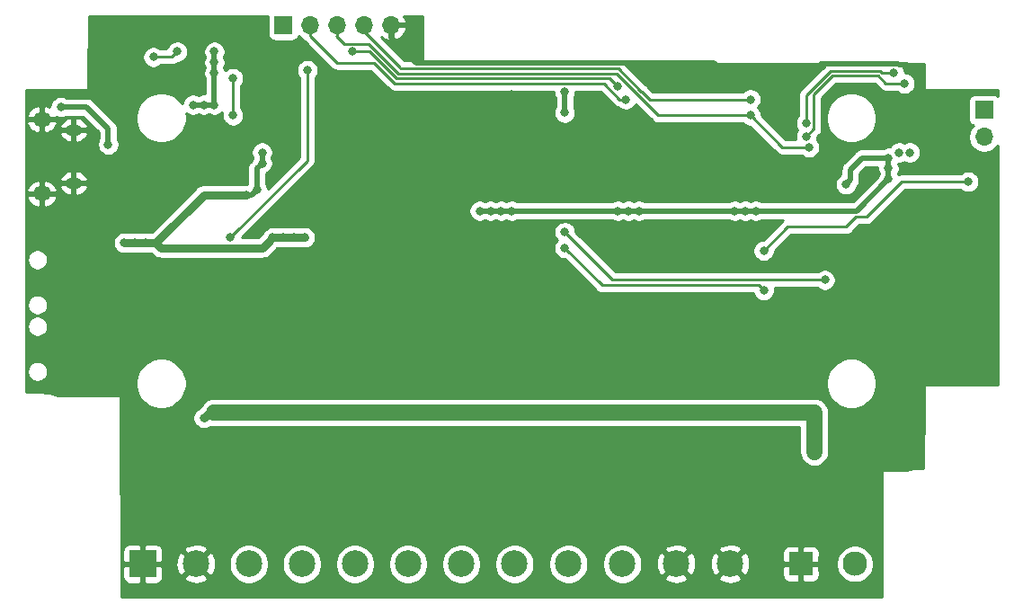
<source format=gbr>
G04 #@! TF.GenerationSoftware,KiCad,Pcbnew,5.1.5*
G04 #@! TF.CreationDate,2020-02-17T18:04:10-05:00*
G04 #@! TF.ProjectId,12V-SmartSwitch,3132562d-536d-4617-9274-537769746368,rev?*
G04 #@! TF.SameCoordinates,Original*
G04 #@! TF.FileFunction,Copper,L2,Bot*
G04 #@! TF.FilePolarity,Positive*
%FSLAX46Y46*%
G04 Gerber Fmt 4.6, Leading zero omitted, Abs format (unit mm)*
G04 Created by KiCad (PCBNEW 5.1.5) date 2020-02-17 18:04:10*
%MOMM*%
%LPD*%
G04 APERTURE LIST*
%ADD10O,1.700000X1.700000*%
%ADD11R,1.700000X1.700000*%
%ADD12C,2.300000*%
%ADD13R,2.200000X2.200000*%
%ADD14C,2.500000*%
%ADD15R,2.500000X2.500000*%
%ADD16O,1.500000X1.100000*%
%ADD17O,1.700000X1.350000*%
%ADD18C,0.800000*%
%ADD19C,0.500000*%
%ADD20C,0.750000*%
%ADD21C,0.250000*%
%ADD22C,1.500000*%
%ADD23C,1.000000*%
%ADD24C,0.254000*%
G04 APERTURE END LIST*
D10*
X155500000Y-112540000D03*
D11*
X155500000Y-110000000D03*
D10*
X99660000Y-102000000D03*
X97120000Y-102000000D03*
X94580000Y-102000000D03*
X92040000Y-102000000D03*
D11*
X89500000Y-102000000D03*
D12*
X143330000Y-152750000D03*
D13*
X138250000Y-152750000D03*
D14*
X131570000Y-152750000D03*
X126490000Y-152750000D03*
X121410000Y-152750000D03*
X116330000Y-152750000D03*
X111250000Y-152750000D03*
X106250000Y-152750000D03*
X101250000Y-152750000D03*
X96250000Y-152750000D03*
X91250000Y-152750000D03*
X86250000Y-152750000D03*
X81250000Y-152750000D03*
D15*
X76250000Y-152750000D03*
D16*
X69750000Y-111875000D03*
X69750000Y-116875000D03*
D17*
X66750000Y-110875000D03*
X66750000Y-117875000D03*
D18*
X116000000Y-108250000D03*
X138750000Y-112500000D03*
X138750000Y-111250000D03*
X147000000Y-106500000D03*
X148000000Y-107500000D03*
X87500000Y-115000000D03*
X87500000Y-114000000D03*
X87000000Y-117500000D03*
X86000000Y-118000000D03*
X88500000Y-122000000D03*
X89500000Y-122000000D03*
X90500000Y-122000000D03*
X91500000Y-122000000D03*
X77500000Y-122500000D03*
X76500000Y-122500000D03*
X75500000Y-122500000D03*
X74500000Y-122500000D03*
X148500000Y-114000000D03*
X147500000Y-114000000D03*
X146500000Y-114500000D03*
X146500000Y-115500000D03*
X146500000Y-116500000D03*
X83000000Y-109500000D03*
X82000000Y-109500000D03*
X81000000Y-109500000D03*
X83000000Y-106500000D03*
X83000000Y-105500000D03*
X83000000Y-104500000D03*
X111000000Y-119500000D03*
X110000000Y-119500000D03*
X109000000Y-119500000D03*
X108000000Y-119500000D03*
X121000000Y-119500000D03*
X122000000Y-119500000D03*
X123000000Y-119500000D03*
X132000000Y-119500000D03*
X133000000Y-119500000D03*
X134000000Y-119500000D03*
X116000000Y-110250000D03*
X84750000Y-107000000D03*
X84750000Y-110500000D03*
X91750000Y-106250000D03*
X84500000Y-122000000D03*
X73000000Y-113250000D03*
X68529999Y-109720001D03*
X91000000Y-118000000D03*
X87750000Y-107500000D03*
X147500000Y-120000000D03*
X125000000Y-112750000D03*
X126000000Y-112750000D03*
X127000000Y-112750000D03*
X128000000Y-112750000D03*
X129000000Y-112750000D03*
X129000000Y-113750000D03*
X128000000Y-113750000D03*
X127000000Y-113750000D03*
X126000000Y-113750000D03*
X125000000Y-113750000D03*
X125000000Y-114750000D03*
X126000000Y-114750000D03*
X127000000Y-114750000D03*
X128000000Y-114750000D03*
X129000000Y-114750000D03*
X129000000Y-115750000D03*
X128000000Y-115750000D03*
X127000000Y-115750000D03*
X126000000Y-115750000D03*
X125000000Y-115750000D03*
X125000000Y-116750000D03*
X126000000Y-116750000D03*
X127000000Y-116750000D03*
X128000000Y-116750000D03*
X129000000Y-116750000D03*
X88750000Y-107500000D03*
X88750000Y-108500000D03*
X154000000Y-132000000D03*
X154000000Y-131000000D03*
X154000000Y-130000000D03*
X154000000Y-126000000D03*
X154000000Y-125000000D03*
X154000000Y-124000000D03*
X148000000Y-124000000D03*
X147000000Y-124000000D03*
X146000000Y-124000000D03*
X145000000Y-124000000D03*
X143000000Y-130000000D03*
X90500000Y-111500000D03*
X84000000Y-111500000D03*
X98000000Y-107000000D03*
X74500000Y-101500000D03*
X75500000Y-101500000D03*
X76500000Y-101500000D03*
X71500000Y-115500000D03*
X72500000Y-115500000D03*
X73500000Y-115500000D03*
X69500000Y-124500000D03*
X111000000Y-113500000D03*
X111000000Y-114500000D03*
X111000000Y-117500000D03*
X111000000Y-109500000D03*
X111000000Y-108500000D03*
X111000000Y-110500000D03*
X111000000Y-111500000D03*
X134500000Y-108000000D03*
X132500000Y-108000000D03*
X152000000Y-110000000D03*
X152000000Y-113000000D03*
X134500000Y-132500000D03*
X127000000Y-133000000D03*
X119500000Y-133000000D03*
X112000000Y-133000000D03*
X104500000Y-133000000D03*
X97000000Y-133000000D03*
X89500000Y-133000000D03*
X82000000Y-133000000D03*
X69500000Y-127000000D03*
X69500000Y-128000000D03*
X69500000Y-130500000D03*
X69500000Y-131500000D03*
X69500000Y-133500000D03*
X69500000Y-134500000D03*
X69500000Y-125500000D03*
X117500000Y-127000000D03*
X116500000Y-127000000D03*
X115500000Y-127000000D03*
X109500000Y-126000000D03*
X138500000Y-107500000D03*
X140500000Y-116750000D03*
X140250000Y-123000000D03*
X142500000Y-117000000D03*
X131800000Y-107300000D03*
X134750000Y-123250000D03*
X134750000Y-127000000D03*
X116000000Y-123000000D03*
X84000000Y-138500000D03*
X83000000Y-138500000D03*
X82000000Y-139000000D03*
X86500000Y-138500000D03*
X87500000Y-138500000D03*
X88500000Y-138500000D03*
X139500000Y-138500000D03*
X139500000Y-141000000D03*
X134250000Y-138500000D03*
X133250000Y-138500000D03*
X132250000Y-138500000D03*
X126500000Y-138500000D03*
X125500000Y-138500000D03*
X124500000Y-138500000D03*
X119000000Y-138500000D03*
X118000000Y-138500000D03*
X117000000Y-138500000D03*
X111500000Y-138500000D03*
X110500000Y-138500000D03*
X109500000Y-138500000D03*
X104000000Y-138500000D03*
X103000000Y-138500000D03*
X102000000Y-138500000D03*
X96500000Y-138500000D03*
X95500000Y-138500000D03*
X94500000Y-138500000D03*
X139500000Y-139750000D03*
X139500000Y-142200000D03*
X154000000Y-116750000D03*
X77250000Y-105000000D03*
X79500000Y-104500000D03*
X121000000Y-107750000D03*
X96000000Y-104500000D03*
X121750000Y-109000000D03*
X139000000Y-113500000D03*
X133500000Y-110500000D03*
X133500000Y-109000000D03*
X116000000Y-121500000D03*
X140500000Y-126000000D03*
D19*
X147408001Y-105649999D02*
X140150001Y-105649999D01*
X147458002Y-105700000D02*
X147408001Y-105649999D01*
X148200000Y-105700000D02*
X147458002Y-105700000D01*
X86500000Y-118000000D02*
X87000000Y-117500000D01*
X86000000Y-118000000D02*
X86500000Y-118000000D01*
X87000000Y-115500000D02*
X87500000Y-115000000D01*
X87000000Y-117500000D02*
X87000000Y-115500000D01*
X87500000Y-115000000D02*
X87500000Y-114000000D01*
D20*
X74500000Y-122500000D02*
X77500000Y-122500000D01*
X88100001Y-122399999D02*
X88500000Y-122000000D01*
X87524999Y-122975001D02*
X88100001Y-122399999D01*
X77975001Y-122975001D02*
X87524999Y-122975001D01*
X77500000Y-122500000D02*
X77975001Y-122975001D01*
X88500000Y-122000000D02*
X91500000Y-122000000D01*
X82000000Y-118000000D02*
X77500000Y-122500000D01*
X86000000Y-118000000D02*
X82000000Y-118000000D01*
D19*
X83000000Y-104500000D02*
X83000000Y-109500000D01*
X83000000Y-109500000D02*
X81000000Y-109500000D01*
X146500000Y-114500000D02*
X146500000Y-116500000D01*
X143500000Y-119500000D02*
X134000000Y-119500000D01*
X146500000Y-116500000D02*
X143500000Y-119500000D01*
X144000000Y-114500000D02*
X146500000Y-114500000D01*
X121000000Y-119500000D02*
X108000000Y-119500000D01*
X122000000Y-119500000D02*
X121000000Y-119500000D01*
X123000000Y-119500000D02*
X122000000Y-119500000D01*
X132000000Y-119500000D02*
X123000000Y-119500000D01*
X133000000Y-119500000D02*
X132000000Y-119500000D01*
X134000000Y-119500000D02*
X133000000Y-119500000D01*
X116000000Y-108250000D02*
X116000000Y-110250000D01*
D21*
X84750000Y-107000000D02*
X84750000Y-109000000D01*
X84750000Y-109000000D02*
X84750000Y-110500000D01*
X91750000Y-114750000D02*
X84500000Y-122000000D01*
X91750000Y-106250000D02*
X91750000Y-114750000D01*
D19*
X68529999Y-109720001D02*
X70970001Y-109720001D01*
X73000000Y-111750000D02*
X73000000Y-113250000D01*
X70970001Y-109720001D02*
X73000000Y-111750000D01*
X142899999Y-115600001D02*
X144000000Y-114500000D01*
X142899999Y-116600001D02*
X142899999Y-115600001D01*
X142500000Y-117000000D02*
X142899999Y-116600001D01*
X140150001Y-105849999D02*
X138500000Y-107500000D01*
X140150001Y-105649999D02*
X140150001Y-105849999D01*
X132100001Y-107600001D02*
X132500000Y-108000000D01*
X130024970Y-105524970D02*
X131800000Y-107300000D01*
X101982889Y-105524970D02*
X130024970Y-105524970D01*
X99660000Y-103202081D02*
X101982889Y-105524970D01*
X99660000Y-102000000D02*
X99660000Y-103202081D01*
X131800000Y-107300000D02*
X132100001Y-107600001D01*
D21*
X134250000Y-126500000D02*
X119500000Y-126500000D01*
X134750000Y-127000000D02*
X134250000Y-126500000D01*
X119500000Y-126500000D02*
X116000000Y-123000000D01*
D22*
X88500000Y-138500000D02*
X83000000Y-138500000D01*
D20*
X82500000Y-138500000D02*
X82000000Y-139000000D01*
X83000000Y-138500000D02*
X82500000Y-138500000D01*
D23*
X139500000Y-139750000D02*
X139500000Y-138500000D01*
D22*
X139500000Y-138500000D02*
X134250000Y-138500000D01*
X134250000Y-138500000D02*
X86500000Y-138500000D01*
D23*
X139500000Y-141000000D02*
X139500000Y-139750000D01*
D22*
X139500000Y-138500000D02*
X139500000Y-142200000D01*
D21*
X79000000Y-105000000D02*
X79500000Y-104500000D01*
X77500000Y-105000000D02*
X79000000Y-105000000D01*
X138750000Y-110684315D02*
X138750000Y-111250000D01*
X138750000Y-108613590D02*
X138750000Y-110684315D01*
X145686400Y-106299990D02*
X141063599Y-106299991D01*
X145886410Y-106500000D02*
X145686400Y-106299990D01*
X141063599Y-106299991D02*
X138750000Y-108613590D01*
X147000000Y-106500000D02*
X145886410Y-106500000D01*
X121000000Y-107750000D02*
X120250000Y-107000000D01*
X120250000Y-107000000D02*
X116500000Y-107000000D01*
X100136410Y-107000000D02*
X97636410Y-104500000D01*
X116500000Y-107000000D02*
X100136410Y-107000000D01*
X97636410Y-104500000D02*
X96000000Y-104500000D01*
X96000000Y-104500000D02*
X96000000Y-104500000D01*
X146250000Y-107500000D02*
X148000000Y-107500000D01*
X145500000Y-106750000D02*
X146250000Y-107500000D01*
X141250000Y-106750000D02*
X145500000Y-106750000D01*
X139475001Y-108524999D02*
X141250000Y-106750000D01*
X138750000Y-112500000D02*
X139475001Y-111774999D01*
X139475001Y-111774999D02*
X139475001Y-108524999D01*
X134750000Y-123250000D02*
X137000000Y-121000000D01*
X143424990Y-120075010D02*
X144424990Y-120075010D01*
X137000000Y-121000000D02*
X142500000Y-121000000D01*
X142500000Y-121000000D02*
X143424990Y-120075010D01*
X147750000Y-116750000D02*
X154000000Y-116750000D01*
X144424990Y-120075010D02*
X147750000Y-116750000D01*
X121750000Y-109000000D02*
X121176998Y-109000000D01*
X121176998Y-109000000D02*
X119676998Y-107500000D01*
X119676998Y-107500000D02*
X116256776Y-107500000D01*
X92040000Y-102960000D02*
X92040000Y-102000000D01*
X94524999Y-105524999D02*
X92000000Y-103000000D01*
X92000000Y-103000000D02*
X92040000Y-102960000D01*
X116756776Y-107500000D02*
X100000000Y-107500000D01*
X98024999Y-105524999D02*
X94524999Y-105524999D01*
X100000000Y-107500000D02*
X98024999Y-105524999D01*
X136500000Y-113500000D02*
X133500000Y-110500000D01*
X139000000Y-113500000D02*
X136500000Y-113500000D01*
X94580000Y-102920000D02*
X94580000Y-102000000D01*
X94500000Y-103000000D02*
X94580000Y-102920000D01*
X133500000Y-110500000D02*
X124823002Y-110500000D01*
X124823002Y-110500000D02*
X120872992Y-106549990D01*
X100322810Y-106549990D02*
X97547819Y-103774999D01*
X95274999Y-103774999D02*
X94500000Y-103000000D01*
X120872992Y-106549990D02*
X100322810Y-106549990D01*
X97547819Y-103774999D02*
X95274999Y-103774999D01*
X97120000Y-102620000D02*
X97120000Y-102000000D01*
X100509210Y-106009210D02*
X97120000Y-102620000D01*
X123250000Y-108250000D02*
X123209412Y-108250000D01*
X121059392Y-106099980D02*
X100509210Y-106099980D01*
X124000000Y-109000000D02*
X123250000Y-108250000D01*
X123209412Y-108250000D02*
X121059392Y-106099980D01*
X133500000Y-109000000D02*
X124000000Y-109000000D01*
X100509210Y-106099980D02*
X100509210Y-106009210D01*
X120500000Y-126000000D02*
X116000000Y-121500000D01*
X140500000Y-126000000D02*
X120500000Y-126000000D01*
D24*
G36*
X88011928Y-101150000D02*
G01*
X88011928Y-102850000D01*
X88024188Y-102974482D01*
X88060498Y-103094180D01*
X88119463Y-103204494D01*
X88198815Y-103301185D01*
X88295506Y-103380537D01*
X88405820Y-103439502D01*
X88525518Y-103475812D01*
X88650000Y-103488072D01*
X90350000Y-103488072D01*
X90474482Y-103475812D01*
X90594180Y-103439502D01*
X90704494Y-103380537D01*
X90801185Y-103301185D01*
X90880537Y-103204494D01*
X90939502Y-103094180D01*
X90961513Y-103021620D01*
X91093368Y-103153475D01*
X91292776Y-103286715D01*
X91294454Y-103292246D01*
X91365026Y-103424276D01*
X91459999Y-103540001D01*
X91489003Y-103563804D01*
X93961199Y-106036001D01*
X93984998Y-106065000D01*
X94100723Y-106159973D01*
X94232752Y-106230545D01*
X94376013Y-106274002D01*
X94487666Y-106284999D01*
X94487676Y-106284999D01*
X94524999Y-106288675D01*
X94562322Y-106284999D01*
X97710198Y-106284999D01*
X99436200Y-108011002D01*
X99459999Y-108040001D01*
X99575724Y-108134974D01*
X99707753Y-108205546D01*
X99851014Y-108249003D01*
X99962667Y-108260000D01*
X99962676Y-108260000D01*
X99999999Y-108263676D01*
X100037322Y-108260000D01*
X114965000Y-108260000D01*
X114965000Y-108351939D01*
X115004774Y-108551898D01*
X115082795Y-108740256D01*
X115115000Y-108788455D01*
X115115001Y-109711545D01*
X115082795Y-109759744D01*
X115004774Y-109948102D01*
X114965000Y-110148061D01*
X114965000Y-110351939D01*
X115004774Y-110551898D01*
X115082795Y-110740256D01*
X115196063Y-110909774D01*
X115340226Y-111053937D01*
X115509744Y-111167205D01*
X115698102Y-111245226D01*
X115898061Y-111285000D01*
X116101939Y-111285000D01*
X116301898Y-111245226D01*
X116490256Y-111167205D01*
X116659774Y-111053937D01*
X116803937Y-110909774D01*
X116917205Y-110740256D01*
X116995226Y-110551898D01*
X117035000Y-110351939D01*
X117035000Y-110148061D01*
X116995226Y-109948102D01*
X116917205Y-109759744D01*
X116885000Y-109711546D01*
X116885000Y-108788454D01*
X116917205Y-108740256D01*
X116995226Y-108551898D01*
X117035000Y-108351939D01*
X117035000Y-108260000D01*
X119362197Y-108260000D01*
X120613199Y-109511003D01*
X120636997Y-109540001D01*
X120752722Y-109634974D01*
X120884751Y-109705546D01*
X121028012Y-109749003D01*
X121036087Y-109749798D01*
X121090226Y-109803937D01*
X121259744Y-109917205D01*
X121448102Y-109995226D01*
X121648061Y-110035000D01*
X121851939Y-110035000D01*
X122051898Y-109995226D01*
X122240256Y-109917205D01*
X122409774Y-109803937D01*
X122553937Y-109659774D01*
X122667205Y-109490256D01*
X122688074Y-109439874D01*
X124259202Y-111011002D01*
X124283001Y-111040001D01*
X124398726Y-111134974D01*
X124530755Y-111205546D01*
X124674016Y-111249003D01*
X124785669Y-111260000D01*
X124785677Y-111260000D01*
X124823002Y-111263676D01*
X124860327Y-111260000D01*
X132796289Y-111260000D01*
X132840226Y-111303937D01*
X133009744Y-111417205D01*
X133198102Y-111495226D01*
X133398061Y-111535000D01*
X133460199Y-111535000D01*
X135936201Y-114011003D01*
X135959999Y-114040001D01*
X136075724Y-114134974D01*
X136207753Y-114205546D01*
X136351014Y-114249003D01*
X136462667Y-114260000D01*
X136462675Y-114260000D01*
X136500000Y-114263676D01*
X136537325Y-114260000D01*
X138296289Y-114260000D01*
X138340226Y-114303937D01*
X138509744Y-114417205D01*
X138698102Y-114495226D01*
X138898061Y-114535000D01*
X139101939Y-114535000D01*
X139301898Y-114495226D01*
X139490256Y-114417205D01*
X139659774Y-114303937D01*
X139803937Y-114159774D01*
X139917205Y-113990256D01*
X139995226Y-113801898D01*
X140035000Y-113601939D01*
X140035000Y-113398061D01*
X139995226Y-113198102D01*
X139917205Y-113009744D01*
X139803937Y-112840226D01*
X139748608Y-112784897D01*
X139785000Y-112601939D01*
X139785000Y-112539802D01*
X139986005Y-112338797D01*
X140015002Y-112315000D01*
X140109975Y-112199275D01*
X140180547Y-112067246D01*
X140224004Y-111923985D01*
X140235001Y-111812332D01*
X140235001Y-111812323D01*
X140238677Y-111775000D01*
X140235001Y-111737677D01*
X140235001Y-110515098D01*
X140615000Y-110515098D01*
X140615000Y-110984902D01*
X140706654Y-111445679D01*
X140886440Y-111879721D01*
X141147450Y-112270349D01*
X141479651Y-112602550D01*
X141870279Y-112863560D01*
X142304321Y-113043346D01*
X142765098Y-113135000D01*
X143234902Y-113135000D01*
X143695679Y-113043346D01*
X144129721Y-112863560D01*
X144520349Y-112602550D01*
X144852550Y-112270349D01*
X145113560Y-111879721D01*
X145293346Y-111445679D01*
X145385000Y-110984902D01*
X145385000Y-110515098D01*
X145293346Y-110054321D01*
X145113560Y-109620279D01*
X144852550Y-109229651D01*
X144520349Y-108897450D01*
X144129721Y-108636440D01*
X143695679Y-108456654D01*
X143234902Y-108365000D01*
X142765098Y-108365000D01*
X142304321Y-108456654D01*
X141870279Y-108636440D01*
X141479651Y-108897450D01*
X141147450Y-109229651D01*
X140886440Y-109620279D01*
X140706654Y-110054321D01*
X140615000Y-110515098D01*
X140235001Y-110515098D01*
X140235001Y-108839800D01*
X141564802Y-107510000D01*
X145185199Y-107510000D01*
X145686201Y-108011002D01*
X145709999Y-108040001D01*
X145825724Y-108134974D01*
X145957753Y-108205546D01*
X146101014Y-108249003D01*
X146212667Y-108260000D01*
X146212676Y-108260000D01*
X146249999Y-108263676D01*
X146287322Y-108260000D01*
X147296289Y-108260000D01*
X147340226Y-108303937D01*
X147509744Y-108417205D01*
X147698102Y-108495226D01*
X147898061Y-108535000D01*
X148101939Y-108535000D01*
X148301898Y-108495226D01*
X148490256Y-108417205D01*
X148659774Y-108303937D01*
X148803937Y-108159774D01*
X148917205Y-107990256D01*
X148995226Y-107801898D01*
X149035000Y-107601939D01*
X149035000Y-107398061D01*
X148995226Y-107198102D01*
X148917205Y-107009744D01*
X148803937Y-106840226D01*
X148659774Y-106696063D01*
X148490256Y-106582795D01*
X148301898Y-106504774D01*
X148101939Y-106465000D01*
X148035000Y-106465000D01*
X148035000Y-106398061D01*
X147995226Y-106198102D01*
X147917205Y-106009744D01*
X147803937Y-105840226D01*
X147659774Y-105696063D01*
X147594634Y-105652538D01*
X149873000Y-105652538D01*
X149873000Y-108000000D01*
X149875440Y-108024776D01*
X149882667Y-108048601D01*
X149894403Y-108070557D01*
X149910197Y-108089803D01*
X149929443Y-108105597D01*
X149951399Y-108117333D01*
X149975224Y-108124560D01*
X150000000Y-108127000D01*
X156765000Y-108127000D01*
X156765000Y-108669119D01*
X156704494Y-108619463D01*
X156594180Y-108560498D01*
X156474482Y-108524188D01*
X156350000Y-108511928D01*
X154650000Y-108511928D01*
X154525518Y-108524188D01*
X154405820Y-108560498D01*
X154295506Y-108619463D01*
X154198815Y-108698815D01*
X154119463Y-108795506D01*
X154060498Y-108905820D01*
X154024188Y-109025518D01*
X154011928Y-109150000D01*
X154011928Y-110850000D01*
X154024188Y-110974482D01*
X154060498Y-111094180D01*
X154119463Y-111204494D01*
X154198815Y-111301185D01*
X154295506Y-111380537D01*
X154405820Y-111439502D01*
X154478380Y-111461513D01*
X154346525Y-111593368D01*
X154184010Y-111836589D01*
X154072068Y-112106842D01*
X154015000Y-112393740D01*
X154015000Y-112686260D01*
X154072068Y-112973158D01*
X154184010Y-113243411D01*
X154346525Y-113486632D01*
X154553368Y-113693475D01*
X154796589Y-113855990D01*
X155066842Y-113967932D01*
X155353740Y-114025000D01*
X155646260Y-114025000D01*
X155933158Y-113967932D01*
X156203411Y-113855990D01*
X156446632Y-113693475D01*
X156653475Y-113486632D01*
X156765000Y-113319723D01*
X156765001Y-135873000D01*
X150000000Y-135873000D01*
X149975224Y-135875440D01*
X149951399Y-135882667D01*
X149929443Y-135894403D01*
X149910197Y-135910197D01*
X149894403Y-135929443D01*
X149882667Y-135951399D01*
X149875440Y-135975224D01*
X149873000Y-136000000D01*
X149873000Y-140009130D01*
X149872549Y-140010624D01*
X149859603Y-140076007D01*
X149845760Y-140141134D01*
X149844687Y-140151340D01*
X149768520Y-140928159D01*
X149765000Y-140963896D01*
X149765001Y-143765000D01*
X148963895Y-143765000D01*
X148931806Y-143768161D01*
X148919421Y-143768074D01*
X148909208Y-143769075D01*
X148521015Y-143809876D01*
X148455695Y-143823285D01*
X148390323Y-143835755D01*
X148380499Y-143838720D01*
X148269758Y-143873000D01*
X146000000Y-143873000D01*
X145975224Y-143875440D01*
X145951399Y-143882667D01*
X145929443Y-143894403D01*
X145910197Y-143910197D01*
X145894403Y-143929443D01*
X145882667Y-143951399D01*
X145875440Y-143975224D01*
X145873000Y-144000000D01*
X145873000Y-155873000D01*
X74235000Y-155873000D01*
X74235000Y-154000000D01*
X74361928Y-154000000D01*
X74374188Y-154124482D01*
X74410498Y-154244180D01*
X74469463Y-154354494D01*
X74548815Y-154451185D01*
X74645506Y-154530537D01*
X74755820Y-154589502D01*
X74875518Y-154625812D01*
X75000000Y-154638072D01*
X75964250Y-154635000D01*
X76123000Y-154476250D01*
X76123000Y-152877000D01*
X76377000Y-152877000D01*
X76377000Y-154476250D01*
X76535750Y-154635000D01*
X77500000Y-154638072D01*
X77624482Y-154625812D01*
X77744180Y-154589502D01*
X77854494Y-154530537D01*
X77951185Y-154451185D01*
X78030537Y-154354494D01*
X78089502Y-154244180D01*
X78125812Y-154124482D01*
X78131807Y-154063605D01*
X80116000Y-154063605D01*
X80241914Y-154353577D01*
X80574126Y-154519433D01*
X80932312Y-154617290D01*
X81302706Y-154643389D01*
X81671075Y-154596725D01*
X82023262Y-154479094D01*
X82258086Y-154353577D01*
X82384000Y-154063605D01*
X81250000Y-152929605D01*
X80116000Y-154063605D01*
X78131807Y-154063605D01*
X78138072Y-154000000D01*
X78135000Y-153035750D01*
X77976250Y-152877000D01*
X76377000Y-152877000D01*
X76123000Y-152877000D01*
X74523750Y-152877000D01*
X74365000Y-153035750D01*
X74361928Y-154000000D01*
X74235000Y-154000000D01*
X74235000Y-152802706D01*
X79356611Y-152802706D01*
X79403275Y-153171075D01*
X79520906Y-153523262D01*
X79646423Y-153758086D01*
X79936395Y-153884000D01*
X81070395Y-152750000D01*
X81429605Y-152750000D01*
X82563605Y-153884000D01*
X82853577Y-153758086D01*
X83019433Y-153425874D01*
X83117290Y-153067688D01*
X83143389Y-152697294D01*
X83126548Y-152564344D01*
X84365000Y-152564344D01*
X84365000Y-152935656D01*
X84437439Y-153299834D01*
X84579534Y-153642882D01*
X84785825Y-153951618D01*
X85048382Y-154214175D01*
X85357118Y-154420466D01*
X85700166Y-154562561D01*
X86064344Y-154635000D01*
X86435656Y-154635000D01*
X86799834Y-154562561D01*
X87142882Y-154420466D01*
X87451618Y-154214175D01*
X87714175Y-153951618D01*
X87920466Y-153642882D01*
X88062561Y-153299834D01*
X88135000Y-152935656D01*
X88135000Y-152564344D01*
X89365000Y-152564344D01*
X89365000Y-152935656D01*
X89437439Y-153299834D01*
X89579534Y-153642882D01*
X89785825Y-153951618D01*
X90048382Y-154214175D01*
X90357118Y-154420466D01*
X90700166Y-154562561D01*
X91064344Y-154635000D01*
X91435656Y-154635000D01*
X91799834Y-154562561D01*
X92142882Y-154420466D01*
X92451618Y-154214175D01*
X92714175Y-153951618D01*
X92920466Y-153642882D01*
X93062561Y-153299834D01*
X93135000Y-152935656D01*
X93135000Y-152564344D01*
X94365000Y-152564344D01*
X94365000Y-152935656D01*
X94437439Y-153299834D01*
X94579534Y-153642882D01*
X94785825Y-153951618D01*
X95048382Y-154214175D01*
X95357118Y-154420466D01*
X95700166Y-154562561D01*
X96064344Y-154635000D01*
X96435656Y-154635000D01*
X96799834Y-154562561D01*
X97142882Y-154420466D01*
X97451618Y-154214175D01*
X97714175Y-153951618D01*
X97920466Y-153642882D01*
X98062561Y-153299834D01*
X98135000Y-152935656D01*
X98135000Y-152564344D01*
X99365000Y-152564344D01*
X99365000Y-152935656D01*
X99437439Y-153299834D01*
X99579534Y-153642882D01*
X99785825Y-153951618D01*
X100048382Y-154214175D01*
X100357118Y-154420466D01*
X100700166Y-154562561D01*
X101064344Y-154635000D01*
X101435656Y-154635000D01*
X101799834Y-154562561D01*
X102142882Y-154420466D01*
X102451618Y-154214175D01*
X102714175Y-153951618D01*
X102920466Y-153642882D01*
X103062561Y-153299834D01*
X103135000Y-152935656D01*
X103135000Y-152564344D01*
X104365000Y-152564344D01*
X104365000Y-152935656D01*
X104437439Y-153299834D01*
X104579534Y-153642882D01*
X104785825Y-153951618D01*
X105048382Y-154214175D01*
X105357118Y-154420466D01*
X105700166Y-154562561D01*
X106064344Y-154635000D01*
X106435656Y-154635000D01*
X106799834Y-154562561D01*
X107142882Y-154420466D01*
X107451618Y-154214175D01*
X107714175Y-153951618D01*
X107920466Y-153642882D01*
X108062561Y-153299834D01*
X108135000Y-152935656D01*
X108135000Y-152564344D01*
X109365000Y-152564344D01*
X109365000Y-152935656D01*
X109437439Y-153299834D01*
X109579534Y-153642882D01*
X109785825Y-153951618D01*
X110048382Y-154214175D01*
X110357118Y-154420466D01*
X110700166Y-154562561D01*
X111064344Y-154635000D01*
X111435656Y-154635000D01*
X111799834Y-154562561D01*
X112142882Y-154420466D01*
X112451618Y-154214175D01*
X112714175Y-153951618D01*
X112920466Y-153642882D01*
X113062561Y-153299834D01*
X113135000Y-152935656D01*
X113135000Y-152564344D01*
X114445000Y-152564344D01*
X114445000Y-152935656D01*
X114517439Y-153299834D01*
X114659534Y-153642882D01*
X114865825Y-153951618D01*
X115128382Y-154214175D01*
X115437118Y-154420466D01*
X115780166Y-154562561D01*
X116144344Y-154635000D01*
X116515656Y-154635000D01*
X116879834Y-154562561D01*
X117222882Y-154420466D01*
X117531618Y-154214175D01*
X117794175Y-153951618D01*
X118000466Y-153642882D01*
X118142561Y-153299834D01*
X118215000Y-152935656D01*
X118215000Y-152564344D01*
X119525000Y-152564344D01*
X119525000Y-152935656D01*
X119597439Y-153299834D01*
X119739534Y-153642882D01*
X119945825Y-153951618D01*
X120208382Y-154214175D01*
X120517118Y-154420466D01*
X120860166Y-154562561D01*
X121224344Y-154635000D01*
X121595656Y-154635000D01*
X121959834Y-154562561D01*
X122302882Y-154420466D01*
X122611618Y-154214175D01*
X122762188Y-154063605D01*
X125356000Y-154063605D01*
X125481914Y-154353577D01*
X125814126Y-154519433D01*
X126172312Y-154617290D01*
X126542706Y-154643389D01*
X126911075Y-154596725D01*
X127263262Y-154479094D01*
X127498086Y-154353577D01*
X127624000Y-154063605D01*
X130436000Y-154063605D01*
X130561914Y-154353577D01*
X130894126Y-154519433D01*
X131252312Y-154617290D01*
X131622706Y-154643389D01*
X131991075Y-154596725D01*
X132343262Y-154479094D01*
X132578086Y-154353577D01*
X132704000Y-154063605D01*
X131570000Y-152929605D01*
X130436000Y-154063605D01*
X127624000Y-154063605D01*
X126490000Y-152929605D01*
X125356000Y-154063605D01*
X122762188Y-154063605D01*
X122874175Y-153951618D01*
X123080466Y-153642882D01*
X123222561Y-153299834D01*
X123295000Y-152935656D01*
X123295000Y-152802706D01*
X124596611Y-152802706D01*
X124643275Y-153171075D01*
X124760906Y-153523262D01*
X124886423Y-153758086D01*
X125176395Y-153884000D01*
X126310395Y-152750000D01*
X126669605Y-152750000D01*
X127803605Y-153884000D01*
X128093577Y-153758086D01*
X128259433Y-153425874D01*
X128357290Y-153067688D01*
X128375961Y-152802706D01*
X129676611Y-152802706D01*
X129723275Y-153171075D01*
X129840906Y-153523262D01*
X129966423Y-153758086D01*
X130256395Y-153884000D01*
X131390395Y-152750000D01*
X131749605Y-152750000D01*
X132883605Y-153884000D01*
X132961904Y-153850000D01*
X136511928Y-153850000D01*
X136524188Y-153974482D01*
X136560498Y-154094180D01*
X136619463Y-154204494D01*
X136698815Y-154301185D01*
X136795506Y-154380537D01*
X136905820Y-154439502D01*
X137025518Y-154475812D01*
X137150000Y-154488072D01*
X137964250Y-154485000D01*
X138123000Y-154326250D01*
X138123000Y-152877000D01*
X138377000Y-152877000D01*
X138377000Y-154326250D01*
X138535750Y-154485000D01*
X139350000Y-154488072D01*
X139474482Y-154475812D01*
X139594180Y-154439502D01*
X139704494Y-154380537D01*
X139801185Y-154301185D01*
X139880537Y-154204494D01*
X139939502Y-154094180D01*
X139975812Y-153974482D01*
X139988072Y-153850000D01*
X139985000Y-153035750D01*
X139826250Y-152877000D01*
X138377000Y-152877000D01*
X138123000Y-152877000D01*
X136673750Y-152877000D01*
X136515000Y-153035750D01*
X136511928Y-153850000D01*
X132961904Y-153850000D01*
X133173577Y-153758086D01*
X133339433Y-153425874D01*
X133437290Y-153067688D01*
X133463389Y-152697294D01*
X133416725Y-152328925D01*
X133299094Y-151976738D01*
X133173577Y-151741914D01*
X132961905Y-151650000D01*
X136511928Y-151650000D01*
X136515000Y-152464250D01*
X136673750Y-152623000D01*
X138123000Y-152623000D01*
X138123000Y-151173750D01*
X138377000Y-151173750D01*
X138377000Y-152623000D01*
X139826250Y-152623000D01*
X139875057Y-152574193D01*
X141545000Y-152574193D01*
X141545000Y-152925807D01*
X141613596Y-153270665D01*
X141748153Y-153595515D01*
X141943500Y-153887871D01*
X142192129Y-154136500D01*
X142484485Y-154331847D01*
X142809335Y-154466404D01*
X143154193Y-154535000D01*
X143505807Y-154535000D01*
X143850665Y-154466404D01*
X144175515Y-154331847D01*
X144467871Y-154136500D01*
X144716500Y-153887871D01*
X144911847Y-153595515D01*
X145046404Y-153270665D01*
X145115000Y-152925807D01*
X145115000Y-152574193D01*
X145046404Y-152229335D01*
X144911847Y-151904485D01*
X144716500Y-151612129D01*
X144467871Y-151363500D01*
X144175515Y-151168153D01*
X143850665Y-151033596D01*
X143505807Y-150965000D01*
X143154193Y-150965000D01*
X142809335Y-151033596D01*
X142484485Y-151168153D01*
X142192129Y-151363500D01*
X141943500Y-151612129D01*
X141748153Y-151904485D01*
X141613596Y-152229335D01*
X141545000Y-152574193D01*
X139875057Y-152574193D01*
X139985000Y-152464250D01*
X139988072Y-151650000D01*
X139975812Y-151525518D01*
X139939502Y-151405820D01*
X139880537Y-151295506D01*
X139801185Y-151198815D01*
X139704494Y-151119463D01*
X139594180Y-151060498D01*
X139474482Y-151024188D01*
X139350000Y-151011928D01*
X138535750Y-151015000D01*
X138377000Y-151173750D01*
X138123000Y-151173750D01*
X137964250Y-151015000D01*
X137150000Y-151011928D01*
X137025518Y-151024188D01*
X136905820Y-151060498D01*
X136795506Y-151119463D01*
X136698815Y-151198815D01*
X136619463Y-151295506D01*
X136560498Y-151405820D01*
X136524188Y-151525518D01*
X136511928Y-151650000D01*
X132961905Y-151650000D01*
X132883605Y-151616000D01*
X131749605Y-152750000D01*
X131390395Y-152750000D01*
X130256395Y-151616000D01*
X129966423Y-151741914D01*
X129800567Y-152074126D01*
X129702710Y-152432312D01*
X129676611Y-152802706D01*
X128375961Y-152802706D01*
X128383389Y-152697294D01*
X128336725Y-152328925D01*
X128219094Y-151976738D01*
X128093577Y-151741914D01*
X127803605Y-151616000D01*
X126669605Y-152750000D01*
X126310395Y-152750000D01*
X125176395Y-151616000D01*
X124886423Y-151741914D01*
X124720567Y-152074126D01*
X124622710Y-152432312D01*
X124596611Y-152802706D01*
X123295000Y-152802706D01*
X123295000Y-152564344D01*
X123222561Y-152200166D01*
X123080466Y-151857118D01*
X122874175Y-151548382D01*
X122762188Y-151436395D01*
X125356000Y-151436395D01*
X126490000Y-152570395D01*
X127624000Y-151436395D01*
X130436000Y-151436395D01*
X131570000Y-152570395D01*
X132704000Y-151436395D01*
X132578086Y-151146423D01*
X132245874Y-150980567D01*
X131887688Y-150882710D01*
X131517294Y-150856611D01*
X131148925Y-150903275D01*
X130796738Y-151020906D01*
X130561914Y-151146423D01*
X130436000Y-151436395D01*
X127624000Y-151436395D01*
X127498086Y-151146423D01*
X127165874Y-150980567D01*
X126807688Y-150882710D01*
X126437294Y-150856611D01*
X126068925Y-150903275D01*
X125716738Y-151020906D01*
X125481914Y-151146423D01*
X125356000Y-151436395D01*
X122762188Y-151436395D01*
X122611618Y-151285825D01*
X122302882Y-151079534D01*
X121959834Y-150937439D01*
X121595656Y-150865000D01*
X121224344Y-150865000D01*
X120860166Y-150937439D01*
X120517118Y-151079534D01*
X120208382Y-151285825D01*
X119945825Y-151548382D01*
X119739534Y-151857118D01*
X119597439Y-152200166D01*
X119525000Y-152564344D01*
X118215000Y-152564344D01*
X118142561Y-152200166D01*
X118000466Y-151857118D01*
X117794175Y-151548382D01*
X117531618Y-151285825D01*
X117222882Y-151079534D01*
X116879834Y-150937439D01*
X116515656Y-150865000D01*
X116144344Y-150865000D01*
X115780166Y-150937439D01*
X115437118Y-151079534D01*
X115128382Y-151285825D01*
X114865825Y-151548382D01*
X114659534Y-151857118D01*
X114517439Y-152200166D01*
X114445000Y-152564344D01*
X113135000Y-152564344D01*
X113062561Y-152200166D01*
X112920466Y-151857118D01*
X112714175Y-151548382D01*
X112451618Y-151285825D01*
X112142882Y-151079534D01*
X111799834Y-150937439D01*
X111435656Y-150865000D01*
X111064344Y-150865000D01*
X110700166Y-150937439D01*
X110357118Y-151079534D01*
X110048382Y-151285825D01*
X109785825Y-151548382D01*
X109579534Y-151857118D01*
X109437439Y-152200166D01*
X109365000Y-152564344D01*
X108135000Y-152564344D01*
X108062561Y-152200166D01*
X107920466Y-151857118D01*
X107714175Y-151548382D01*
X107451618Y-151285825D01*
X107142882Y-151079534D01*
X106799834Y-150937439D01*
X106435656Y-150865000D01*
X106064344Y-150865000D01*
X105700166Y-150937439D01*
X105357118Y-151079534D01*
X105048382Y-151285825D01*
X104785825Y-151548382D01*
X104579534Y-151857118D01*
X104437439Y-152200166D01*
X104365000Y-152564344D01*
X103135000Y-152564344D01*
X103062561Y-152200166D01*
X102920466Y-151857118D01*
X102714175Y-151548382D01*
X102451618Y-151285825D01*
X102142882Y-151079534D01*
X101799834Y-150937439D01*
X101435656Y-150865000D01*
X101064344Y-150865000D01*
X100700166Y-150937439D01*
X100357118Y-151079534D01*
X100048382Y-151285825D01*
X99785825Y-151548382D01*
X99579534Y-151857118D01*
X99437439Y-152200166D01*
X99365000Y-152564344D01*
X98135000Y-152564344D01*
X98062561Y-152200166D01*
X97920466Y-151857118D01*
X97714175Y-151548382D01*
X97451618Y-151285825D01*
X97142882Y-151079534D01*
X96799834Y-150937439D01*
X96435656Y-150865000D01*
X96064344Y-150865000D01*
X95700166Y-150937439D01*
X95357118Y-151079534D01*
X95048382Y-151285825D01*
X94785825Y-151548382D01*
X94579534Y-151857118D01*
X94437439Y-152200166D01*
X94365000Y-152564344D01*
X93135000Y-152564344D01*
X93062561Y-152200166D01*
X92920466Y-151857118D01*
X92714175Y-151548382D01*
X92451618Y-151285825D01*
X92142882Y-151079534D01*
X91799834Y-150937439D01*
X91435656Y-150865000D01*
X91064344Y-150865000D01*
X90700166Y-150937439D01*
X90357118Y-151079534D01*
X90048382Y-151285825D01*
X89785825Y-151548382D01*
X89579534Y-151857118D01*
X89437439Y-152200166D01*
X89365000Y-152564344D01*
X88135000Y-152564344D01*
X88062561Y-152200166D01*
X87920466Y-151857118D01*
X87714175Y-151548382D01*
X87451618Y-151285825D01*
X87142882Y-151079534D01*
X86799834Y-150937439D01*
X86435656Y-150865000D01*
X86064344Y-150865000D01*
X85700166Y-150937439D01*
X85357118Y-151079534D01*
X85048382Y-151285825D01*
X84785825Y-151548382D01*
X84579534Y-151857118D01*
X84437439Y-152200166D01*
X84365000Y-152564344D01*
X83126548Y-152564344D01*
X83096725Y-152328925D01*
X82979094Y-151976738D01*
X82853577Y-151741914D01*
X82563605Y-151616000D01*
X81429605Y-152750000D01*
X81070395Y-152750000D01*
X79936395Y-151616000D01*
X79646423Y-151741914D01*
X79480567Y-152074126D01*
X79382710Y-152432312D01*
X79356611Y-152802706D01*
X74235000Y-152802706D01*
X74235000Y-151500000D01*
X74361928Y-151500000D01*
X74365000Y-152464250D01*
X74523750Y-152623000D01*
X76123000Y-152623000D01*
X76123000Y-151023750D01*
X76377000Y-151023750D01*
X76377000Y-152623000D01*
X77976250Y-152623000D01*
X78135000Y-152464250D01*
X78138072Y-151500000D01*
X78131808Y-151436395D01*
X80116000Y-151436395D01*
X81250000Y-152570395D01*
X82384000Y-151436395D01*
X82258086Y-151146423D01*
X81925874Y-150980567D01*
X81567688Y-150882710D01*
X81197294Y-150856611D01*
X80828925Y-150903275D01*
X80476738Y-151020906D01*
X80241914Y-151146423D01*
X80116000Y-151436395D01*
X78131808Y-151436395D01*
X78125812Y-151375518D01*
X78089502Y-151255820D01*
X78030537Y-151145506D01*
X77951185Y-151048815D01*
X77854494Y-150969463D01*
X77744180Y-150910498D01*
X77624482Y-150874188D01*
X77500000Y-150861928D01*
X76535750Y-150865000D01*
X76377000Y-151023750D01*
X76123000Y-151023750D01*
X75964250Y-150865000D01*
X75000000Y-150861928D01*
X74875518Y-150874188D01*
X74755820Y-150910498D01*
X74645506Y-150969463D01*
X74548815Y-151048815D01*
X74469463Y-151145506D01*
X74410498Y-151255820D01*
X74374188Y-151375518D01*
X74361928Y-151500000D01*
X74235000Y-151500000D01*
X74235000Y-146463895D01*
X74231839Y-146431806D01*
X74231926Y-146419421D01*
X74230925Y-146409208D01*
X74190124Y-146021015D01*
X74176715Y-145955695D01*
X74164245Y-145890323D01*
X74161280Y-145880499D01*
X74127000Y-145769758D01*
X74127000Y-138898061D01*
X80965000Y-138898061D01*
X80965000Y-139101939D01*
X81004774Y-139301898D01*
X81082795Y-139490256D01*
X81196063Y-139659774D01*
X81340226Y-139803937D01*
X81509744Y-139917205D01*
X81698102Y-139995226D01*
X81898061Y-140035000D01*
X82101939Y-140035000D01*
X82301898Y-139995226D01*
X82490256Y-139917205D01*
X82618419Y-139831569D01*
X82728493Y-139864960D01*
X82931963Y-139885000D01*
X138115000Y-139885000D01*
X138115001Y-142268037D01*
X138135041Y-142471507D01*
X138214237Y-142732581D01*
X138342844Y-142973188D01*
X138515920Y-143184081D01*
X138726813Y-143357157D01*
X138967420Y-143485764D01*
X139228494Y-143564960D01*
X139500000Y-143591701D01*
X139771507Y-143564960D01*
X140032581Y-143485764D01*
X140273188Y-143357157D01*
X140484081Y-143184081D01*
X140657157Y-142973188D01*
X140785764Y-142732581D01*
X140864960Y-142471507D01*
X140885000Y-142268037D01*
X140885000Y-138568037D01*
X140891701Y-138500000D01*
X140864960Y-138228493D01*
X140785764Y-137967419D01*
X140657157Y-137726812D01*
X140484081Y-137515919D01*
X140273188Y-137342843D01*
X140032581Y-137214236D01*
X139771507Y-137135040D01*
X139568037Y-137115000D01*
X139568036Y-137115000D01*
X139500000Y-137108299D01*
X139431963Y-137115000D01*
X82931963Y-137115000D01*
X82728493Y-137135040D01*
X82467419Y-137214236D01*
X82226812Y-137342843D01*
X82015919Y-137515919D01*
X81842843Y-137726812D01*
X81837202Y-137737365D01*
X81782367Y-137782367D01*
X81750739Y-137820906D01*
X81446777Y-138124868D01*
X81340226Y-138196063D01*
X81196063Y-138340226D01*
X81082795Y-138509744D01*
X81004774Y-138698102D01*
X80965000Y-138898061D01*
X74127000Y-138898061D01*
X74127000Y-137000000D01*
X74124560Y-136975224D01*
X74117333Y-136951399D01*
X74105597Y-136929443D01*
X74089803Y-136910197D01*
X74070557Y-136894403D01*
X74048601Y-136882667D01*
X74024776Y-136875440D01*
X74000000Y-136873000D01*
X68297339Y-136873000D01*
X68246524Y-136851221D01*
X68236724Y-136848187D01*
X68236718Y-136848185D01*
X67489376Y-136622549D01*
X67423993Y-136609603D01*
X67358866Y-136595760D01*
X67348662Y-136594687D01*
X67348660Y-136594687D01*
X66571723Y-136518508D01*
X66536105Y-136515000D01*
X65235000Y-136515000D01*
X65235000Y-134527986D01*
X65365000Y-134527986D01*
X65365000Y-134722014D01*
X65402853Y-134912314D01*
X65477104Y-135091572D01*
X65584901Y-135252901D01*
X65722099Y-135390099D01*
X65883428Y-135497896D01*
X66062686Y-135572147D01*
X66252986Y-135610000D01*
X66447014Y-135610000D01*
X66637314Y-135572147D01*
X66775042Y-135515098D01*
X75615000Y-135515098D01*
X75615000Y-135984902D01*
X75706654Y-136445679D01*
X75886440Y-136879721D01*
X76147450Y-137270349D01*
X76479651Y-137602550D01*
X76870279Y-137863560D01*
X77304321Y-138043346D01*
X77765098Y-138135000D01*
X78234902Y-138135000D01*
X78695679Y-138043346D01*
X79129721Y-137863560D01*
X79520349Y-137602550D01*
X79852550Y-137270349D01*
X80113560Y-136879721D01*
X80293346Y-136445679D01*
X80385000Y-135984902D01*
X80385000Y-135515098D01*
X140615000Y-135515098D01*
X140615000Y-135984902D01*
X140706654Y-136445679D01*
X140886440Y-136879721D01*
X141147450Y-137270349D01*
X141479651Y-137602550D01*
X141870279Y-137863560D01*
X142304321Y-138043346D01*
X142765098Y-138135000D01*
X143234902Y-138135000D01*
X143695679Y-138043346D01*
X144129721Y-137863560D01*
X144520349Y-137602550D01*
X144852550Y-137270349D01*
X145113560Y-136879721D01*
X145293346Y-136445679D01*
X145385000Y-135984902D01*
X145385000Y-135515098D01*
X145293346Y-135054321D01*
X145113560Y-134620279D01*
X144852550Y-134229651D01*
X144520349Y-133897450D01*
X144129721Y-133636440D01*
X143695679Y-133456654D01*
X143234902Y-133365000D01*
X142765098Y-133365000D01*
X142304321Y-133456654D01*
X141870279Y-133636440D01*
X141479651Y-133897450D01*
X141147450Y-134229651D01*
X140886440Y-134620279D01*
X140706654Y-135054321D01*
X140615000Y-135515098D01*
X80385000Y-135515098D01*
X80293346Y-135054321D01*
X80113560Y-134620279D01*
X79852550Y-134229651D01*
X79520349Y-133897450D01*
X79129721Y-133636440D01*
X78695679Y-133456654D01*
X78234902Y-133365000D01*
X77765098Y-133365000D01*
X77304321Y-133456654D01*
X76870279Y-133636440D01*
X76479651Y-133897450D01*
X76147450Y-134229651D01*
X75886440Y-134620279D01*
X75706654Y-135054321D01*
X75615000Y-135515098D01*
X66775042Y-135515098D01*
X66816572Y-135497896D01*
X66977901Y-135390099D01*
X67115099Y-135252901D01*
X67222896Y-135091572D01*
X67297147Y-134912314D01*
X67335000Y-134722014D01*
X67335000Y-134527986D01*
X67297147Y-134337686D01*
X67222896Y-134158428D01*
X67115099Y-133997099D01*
X66977901Y-133859901D01*
X66816572Y-133752104D01*
X66637314Y-133677853D01*
X66447014Y-133640000D01*
X66252986Y-133640000D01*
X66062686Y-133677853D01*
X65883428Y-133752104D01*
X65722099Y-133859901D01*
X65584901Y-133997099D01*
X65477104Y-134158428D01*
X65402853Y-134337686D01*
X65365000Y-134527986D01*
X65235000Y-134527986D01*
X65235000Y-130277986D01*
X65365000Y-130277986D01*
X65365000Y-130472014D01*
X65402853Y-130662314D01*
X65477104Y-130841572D01*
X65584901Y-131002901D01*
X65722099Y-131140099D01*
X65883428Y-131247896D01*
X66062686Y-131322147D01*
X66252986Y-131360000D01*
X66447014Y-131360000D01*
X66637314Y-131322147D01*
X66816572Y-131247896D01*
X66977901Y-131140099D01*
X67115099Y-131002901D01*
X67222896Y-130841572D01*
X67297147Y-130662314D01*
X67335000Y-130472014D01*
X67335000Y-130277986D01*
X67297147Y-130087686D01*
X67222896Y-129908428D01*
X67115099Y-129747099D01*
X66977901Y-129609901D01*
X66816572Y-129502104D01*
X66637314Y-129427853D01*
X66447014Y-129390000D01*
X66252986Y-129390000D01*
X66062686Y-129427853D01*
X65883428Y-129502104D01*
X65722099Y-129609901D01*
X65584901Y-129747099D01*
X65477104Y-129908428D01*
X65402853Y-130087686D01*
X65365000Y-130277986D01*
X65235000Y-130277986D01*
X65235000Y-128252986D01*
X65365000Y-128252986D01*
X65365000Y-128447014D01*
X65402853Y-128637314D01*
X65477104Y-128816572D01*
X65584901Y-128977901D01*
X65722099Y-129115099D01*
X65883428Y-129222896D01*
X66062686Y-129297147D01*
X66252986Y-129335000D01*
X66447014Y-129335000D01*
X66637314Y-129297147D01*
X66816572Y-129222896D01*
X66977901Y-129115099D01*
X67115099Y-128977901D01*
X67222896Y-128816572D01*
X67297147Y-128637314D01*
X67335000Y-128447014D01*
X67335000Y-128252986D01*
X67297147Y-128062686D01*
X67222896Y-127883428D01*
X67115099Y-127722099D01*
X66977901Y-127584901D01*
X66816572Y-127477104D01*
X66637314Y-127402853D01*
X66447014Y-127365000D01*
X66252986Y-127365000D01*
X66062686Y-127402853D01*
X65883428Y-127477104D01*
X65722099Y-127584901D01*
X65584901Y-127722099D01*
X65477104Y-127883428D01*
X65402853Y-128062686D01*
X65365000Y-128252986D01*
X65235000Y-128252986D01*
X65235000Y-124002986D01*
X65365000Y-124002986D01*
X65365000Y-124197014D01*
X65402853Y-124387314D01*
X65477104Y-124566572D01*
X65584901Y-124727901D01*
X65722099Y-124865099D01*
X65883428Y-124972896D01*
X66062686Y-125047147D01*
X66252986Y-125085000D01*
X66447014Y-125085000D01*
X66637314Y-125047147D01*
X66816572Y-124972896D01*
X66977901Y-124865099D01*
X67115099Y-124727901D01*
X67222896Y-124566572D01*
X67297147Y-124387314D01*
X67335000Y-124197014D01*
X67335000Y-124002986D01*
X67297147Y-123812686D01*
X67222896Y-123633428D01*
X67115099Y-123472099D01*
X66977901Y-123334901D01*
X66816572Y-123227104D01*
X66637314Y-123152853D01*
X66447014Y-123115000D01*
X66252986Y-123115000D01*
X66062686Y-123152853D01*
X65883428Y-123227104D01*
X65722099Y-123334901D01*
X65584901Y-123472099D01*
X65477104Y-123633428D01*
X65402853Y-123812686D01*
X65365000Y-124002986D01*
X65235000Y-124002986D01*
X65235000Y-122398061D01*
X73465000Y-122398061D01*
X73465000Y-122601939D01*
X73504774Y-122801898D01*
X73582795Y-122990256D01*
X73696063Y-123159774D01*
X73840226Y-123303937D01*
X74009744Y-123417205D01*
X74198102Y-123495226D01*
X74398061Y-123535000D01*
X74601939Y-123535000D01*
X74727623Y-123510000D01*
X75272377Y-123510000D01*
X75398061Y-123535000D01*
X75601939Y-123535000D01*
X75727623Y-123510000D01*
X76272377Y-123510000D01*
X76398061Y-123535000D01*
X76601939Y-123535000D01*
X76727623Y-123510000D01*
X77081645Y-123510000D01*
X77225740Y-123654095D01*
X77257368Y-123692634D01*
X77411161Y-123818848D01*
X77581272Y-123909774D01*
X77586621Y-123912633D01*
X77777006Y-123970386D01*
X77975001Y-123989887D01*
X78024609Y-123985001D01*
X87475391Y-123985001D01*
X87524999Y-123989887D01*
X87722993Y-123970386D01*
X87771914Y-123955546D01*
X87913379Y-123912633D01*
X88088839Y-123818848D01*
X88242632Y-123692634D01*
X88274260Y-123654095D01*
X88918355Y-123010000D01*
X89272377Y-123010000D01*
X89398061Y-123035000D01*
X89601939Y-123035000D01*
X89727623Y-123010000D01*
X90272377Y-123010000D01*
X90398061Y-123035000D01*
X90601939Y-123035000D01*
X90727623Y-123010000D01*
X91272377Y-123010000D01*
X91398061Y-123035000D01*
X91601939Y-123035000D01*
X91801898Y-122995226D01*
X91990256Y-122917205D01*
X92159774Y-122803937D01*
X92303937Y-122659774D01*
X92417205Y-122490256D01*
X92495226Y-122301898D01*
X92535000Y-122101939D01*
X92535000Y-121898061D01*
X92495226Y-121698102D01*
X92417205Y-121509744D01*
X92342582Y-121398061D01*
X114965000Y-121398061D01*
X114965000Y-121601939D01*
X115004774Y-121801898D01*
X115082795Y-121990256D01*
X115196063Y-122159774D01*
X115286289Y-122250000D01*
X115196063Y-122340226D01*
X115082795Y-122509744D01*
X115004774Y-122698102D01*
X114965000Y-122898061D01*
X114965000Y-123101939D01*
X115004774Y-123301898D01*
X115082795Y-123490256D01*
X115196063Y-123659774D01*
X115340226Y-123803937D01*
X115509744Y-123917205D01*
X115698102Y-123995226D01*
X115898061Y-124035000D01*
X115960199Y-124035000D01*
X118936205Y-127011008D01*
X118959999Y-127040001D01*
X118988992Y-127063795D01*
X118988996Y-127063799D01*
X119059685Y-127121811D01*
X119075724Y-127134974D01*
X119207753Y-127205546D01*
X119351014Y-127249003D01*
X119462667Y-127260000D01*
X119462676Y-127260000D01*
X119499999Y-127263676D01*
X119537322Y-127260000D01*
X133746440Y-127260000D01*
X133754774Y-127301898D01*
X133832795Y-127490256D01*
X133946063Y-127659774D01*
X134090226Y-127803937D01*
X134259744Y-127917205D01*
X134448102Y-127995226D01*
X134648061Y-128035000D01*
X134851939Y-128035000D01*
X135051898Y-127995226D01*
X135240256Y-127917205D01*
X135409774Y-127803937D01*
X135553937Y-127659774D01*
X135667205Y-127490256D01*
X135745226Y-127301898D01*
X135785000Y-127101939D01*
X135785000Y-126898061D01*
X135757538Y-126760000D01*
X139796289Y-126760000D01*
X139840226Y-126803937D01*
X140009744Y-126917205D01*
X140198102Y-126995226D01*
X140398061Y-127035000D01*
X140601939Y-127035000D01*
X140801898Y-126995226D01*
X140990256Y-126917205D01*
X141159774Y-126803937D01*
X141303937Y-126659774D01*
X141417205Y-126490256D01*
X141495226Y-126301898D01*
X141535000Y-126101939D01*
X141535000Y-125898061D01*
X141495226Y-125698102D01*
X141417205Y-125509744D01*
X141303937Y-125340226D01*
X141159774Y-125196063D01*
X140990256Y-125082795D01*
X140801898Y-125004774D01*
X140601939Y-124965000D01*
X140398061Y-124965000D01*
X140198102Y-125004774D01*
X140009744Y-125082795D01*
X139840226Y-125196063D01*
X139796289Y-125240000D01*
X120814802Y-125240000D01*
X117035000Y-121460199D01*
X117035000Y-121398061D01*
X116995226Y-121198102D01*
X116917205Y-121009744D01*
X116803937Y-120840226D01*
X116659774Y-120696063D01*
X116490256Y-120582795D01*
X116301898Y-120504774D01*
X116101939Y-120465000D01*
X115898061Y-120465000D01*
X115698102Y-120504774D01*
X115509744Y-120582795D01*
X115340226Y-120696063D01*
X115196063Y-120840226D01*
X115082795Y-121009744D01*
X115004774Y-121198102D01*
X114965000Y-121398061D01*
X92342582Y-121398061D01*
X92303937Y-121340226D01*
X92159774Y-121196063D01*
X91990256Y-121082795D01*
X91801898Y-121004774D01*
X91601939Y-120965000D01*
X91398061Y-120965000D01*
X91272377Y-120990000D01*
X90727623Y-120990000D01*
X90601939Y-120965000D01*
X90398061Y-120965000D01*
X90272377Y-120990000D01*
X89727623Y-120990000D01*
X89601939Y-120965000D01*
X89398061Y-120965000D01*
X89272377Y-120990000D01*
X88727623Y-120990000D01*
X88601939Y-120965000D01*
X88398061Y-120965000D01*
X88198102Y-121004774D01*
X88009744Y-121082795D01*
X87840226Y-121196063D01*
X87696063Y-121340226D01*
X87624867Y-121446778D01*
X87106644Y-121965001D01*
X85609800Y-121965001D01*
X88176740Y-119398061D01*
X106965000Y-119398061D01*
X106965000Y-119601939D01*
X107004774Y-119801898D01*
X107082795Y-119990256D01*
X107196063Y-120159774D01*
X107340226Y-120303937D01*
X107509744Y-120417205D01*
X107698102Y-120495226D01*
X107898061Y-120535000D01*
X108101939Y-120535000D01*
X108301898Y-120495226D01*
X108490256Y-120417205D01*
X108500000Y-120410694D01*
X108509744Y-120417205D01*
X108698102Y-120495226D01*
X108898061Y-120535000D01*
X109101939Y-120535000D01*
X109301898Y-120495226D01*
X109490256Y-120417205D01*
X109500000Y-120410694D01*
X109509744Y-120417205D01*
X109698102Y-120495226D01*
X109898061Y-120535000D01*
X110101939Y-120535000D01*
X110301898Y-120495226D01*
X110490256Y-120417205D01*
X110500000Y-120410694D01*
X110509744Y-120417205D01*
X110698102Y-120495226D01*
X110898061Y-120535000D01*
X111101939Y-120535000D01*
X111301898Y-120495226D01*
X111490256Y-120417205D01*
X111538454Y-120385000D01*
X120461546Y-120385000D01*
X120509744Y-120417205D01*
X120698102Y-120495226D01*
X120898061Y-120535000D01*
X121101939Y-120535000D01*
X121301898Y-120495226D01*
X121490256Y-120417205D01*
X121500000Y-120410694D01*
X121509744Y-120417205D01*
X121698102Y-120495226D01*
X121898061Y-120535000D01*
X122101939Y-120535000D01*
X122301898Y-120495226D01*
X122490256Y-120417205D01*
X122500000Y-120410694D01*
X122509744Y-120417205D01*
X122698102Y-120495226D01*
X122898061Y-120535000D01*
X123101939Y-120535000D01*
X123301898Y-120495226D01*
X123490256Y-120417205D01*
X123538454Y-120385000D01*
X131461546Y-120385000D01*
X131509744Y-120417205D01*
X131698102Y-120495226D01*
X131898061Y-120535000D01*
X132101939Y-120535000D01*
X132301898Y-120495226D01*
X132490256Y-120417205D01*
X132500000Y-120410694D01*
X132509744Y-120417205D01*
X132698102Y-120495226D01*
X132898061Y-120535000D01*
X133101939Y-120535000D01*
X133301898Y-120495226D01*
X133490256Y-120417205D01*
X133500000Y-120410694D01*
X133509744Y-120417205D01*
X133698102Y-120495226D01*
X133898061Y-120535000D01*
X134101939Y-120535000D01*
X134301898Y-120495226D01*
X134490256Y-120417205D01*
X134538454Y-120385000D01*
X136551386Y-120385000D01*
X136459999Y-120459999D01*
X136436201Y-120488997D01*
X134710199Y-122215000D01*
X134648061Y-122215000D01*
X134448102Y-122254774D01*
X134259744Y-122332795D01*
X134090226Y-122446063D01*
X133946063Y-122590226D01*
X133832795Y-122759744D01*
X133754774Y-122948102D01*
X133715000Y-123148061D01*
X133715000Y-123351939D01*
X133754774Y-123551898D01*
X133832795Y-123740256D01*
X133946063Y-123909774D01*
X134090226Y-124053937D01*
X134259744Y-124167205D01*
X134448102Y-124245226D01*
X134648061Y-124285000D01*
X134851939Y-124285000D01*
X135051898Y-124245226D01*
X135240256Y-124167205D01*
X135409774Y-124053937D01*
X135553937Y-123909774D01*
X135667205Y-123740256D01*
X135745226Y-123551898D01*
X135785000Y-123351939D01*
X135785000Y-123289801D01*
X137314802Y-121760000D01*
X142462678Y-121760000D01*
X142500000Y-121763676D01*
X142537322Y-121760000D01*
X142537333Y-121760000D01*
X142648986Y-121749003D01*
X142792247Y-121705546D01*
X142924276Y-121634974D01*
X143040001Y-121540001D01*
X143063803Y-121510998D01*
X143739792Y-120835010D01*
X144387668Y-120835010D01*
X144424990Y-120838686D01*
X144462312Y-120835010D01*
X144462323Y-120835010D01*
X144573976Y-120824013D01*
X144717237Y-120780556D01*
X144849266Y-120709984D01*
X144964991Y-120615011D01*
X144988794Y-120586007D01*
X148064802Y-117510000D01*
X153296289Y-117510000D01*
X153340226Y-117553937D01*
X153509744Y-117667205D01*
X153698102Y-117745226D01*
X153898061Y-117785000D01*
X154101939Y-117785000D01*
X154301898Y-117745226D01*
X154490256Y-117667205D01*
X154659774Y-117553937D01*
X154803937Y-117409774D01*
X154917205Y-117240256D01*
X154995226Y-117051898D01*
X155035000Y-116851939D01*
X155035000Y-116648061D01*
X154995226Y-116448102D01*
X154917205Y-116259744D01*
X154803937Y-116090226D01*
X154659774Y-115946063D01*
X154490256Y-115832795D01*
X154301898Y-115754774D01*
X154101939Y-115715000D01*
X153898061Y-115715000D01*
X153698102Y-115754774D01*
X153509744Y-115832795D01*
X153340226Y-115946063D01*
X153296289Y-115990000D01*
X147787322Y-115990000D01*
X147749999Y-115986324D01*
X147712676Y-115990000D01*
X147712667Y-115990000D01*
X147601014Y-116000997D01*
X147457753Y-116044454D01*
X147436326Y-116055907D01*
X147417205Y-116009744D01*
X147410694Y-116000000D01*
X147417205Y-115990256D01*
X147495226Y-115801898D01*
X147535000Y-115601939D01*
X147535000Y-115398061D01*
X147495226Y-115198102D01*
X147427666Y-115035000D01*
X147601939Y-115035000D01*
X147801898Y-114995226D01*
X147990256Y-114917205D01*
X148000000Y-114910694D01*
X148009744Y-114917205D01*
X148198102Y-114995226D01*
X148398061Y-115035000D01*
X148601939Y-115035000D01*
X148801898Y-114995226D01*
X148990256Y-114917205D01*
X149159774Y-114803937D01*
X149303937Y-114659774D01*
X149417205Y-114490256D01*
X149495226Y-114301898D01*
X149535000Y-114101939D01*
X149535000Y-113898061D01*
X149495226Y-113698102D01*
X149417205Y-113509744D01*
X149303937Y-113340226D01*
X149159774Y-113196063D01*
X148990256Y-113082795D01*
X148801898Y-113004774D01*
X148601939Y-112965000D01*
X148398061Y-112965000D01*
X148198102Y-113004774D01*
X148009744Y-113082795D01*
X148000000Y-113089306D01*
X147990256Y-113082795D01*
X147801898Y-113004774D01*
X147601939Y-112965000D01*
X147398061Y-112965000D01*
X147198102Y-113004774D01*
X147009744Y-113082795D01*
X146840226Y-113196063D01*
X146696063Y-113340226D01*
X146611430Y-113466888D01*
X146601939Y-113465000D01*
X146398061Y-113465000D01*
X146198102Y-113504774D01*
X146009744Y-113582795D01*
X145961546Y-113615000D01*
X144043465Y-113615000D01*
X143999999Y-113610719D01*
X143956533Y-113615000D01*
X143956523Y-113615000D01*
X143826510Y-113627805D01*
X143659687Y-113678411D01*
X143505941Y-113760589D01*
X143505939Y-113760590D01*
X143505940Y-113760590D01*
X143404953Y-113843468D01*
X143404951Y-113843470D01*
X143371183Y-113871183D01*
X143343470Y-113904951D01*
X142304950Y-114943472D01*
X142271183Y-114971184D01*
X142243470Y-115004952D01*
X142243467Y-115004955D01*
X142160589Y-115105942D01*
X142078411Y-115259688D01*
X142027804Y-115426511D01*
X142010718Y-115600001D01*
X142015000Y-115643479D01*
X142015000Y-116080618D01*
X142009744Y-116082795D01*
X141840226Y-116196063D01*
X141696063Y-116340226D01*
X141582795Y-116509744D01*
X141504774Y-116698102D01*
X141465000Y-116898061D01*
X141465000Y-117101939D01*
X141504774Y-117301898D01*
X141582795Y-117490256D01*
X141696063Y-117659774D01*
X141840226Y-117803937D01*
X142009744Y-117917205D01*
X142198102Y-117995226D01*
X142398061Y-118035000D01*
X142601939Y-118035000D01*
X142801898Y-117995226D01*
X142990256Y-117917205D01*
X143159774Y-117803937D01*
X143303937Y-117659774D01*
X143417205Y-117490256D01*
X143495226Y-117301898D01*
X143506045Y-117247505D01*
X143528816Y-117228818D01*
X143639410Y-117094060D01*
X143721588Y-116940314D01*
X143772194Y-116773491D01*
X143784999Y-116643478D01*
X143784999Y-116643468D01*
X143789280Y-116600002D01*
X143784999Y-116556535D01*
X143784999Y-115966579D01*
X144366579Y-115385000D01*
X145467598Y-115385000D01*
X145465000Y-115398061D01*
X145465000Y-115601939D01*
X145504774Y-115801898D01*
X145582795Y-115990256D01*
X145589306Y-116000000D01*
X145582795Y-116009744D01*
X145504774Y-116198102D01*
X145493465Y-116254956D01*
X143133422Y-118615000D01*
X134538454Y-118615000D01*
X134490256Y-118582795D01*
X134301898Y-118504774D01*
X134101939Y-118465000D01*
X133898061Y-118465000D01*
X133698102Y-118504774D01*
X133509744Y-118582795D01*
X133500000Y-118589306D01*
X133490256Y-118582795D01*
X133301898Y-118504774D01*
X133101939Y-118465000D01*
X132898061Y-118465000D01*
X132698102Y-118504774D01*
X132509744Y-118582795D01*
X132500000Y-118589306D01*
X132490256Y-118582795D01*
X132301898Y-118504774D01*
X132101939Y-118465000D01*
X131898061Y-118465000D01*
X131698102Y-118504774D01*
X131509744Y-118582795D01*
X131461546Y-118615000D01*
X123538454Y-118615000D01*
X123490256Y-118582795D01*
X123301898Y-118504774D01*
X123101939Y-118465000D01*
X122898061Y-118465000D01*
X122698102Y-118504774D01*
X122509744Y-118582795D01*
X122500000Y-118589306D01*
X122490256Y-118582795D01*
X122301898Y-118504774D01*
X122101939Y-118465000D01*
X121898061Y-118465000D01*
X121698102Y-118504774D01*
X121509744Y-118582795D01*
X121500000Y-118589306D01*
X121490256Y-118582795D01*
X121301898Y-118504774D01*
X121101939Y-118465000D01*
X120898061Y-118465000D01*
X120698102Y-118504774D01*
X120509744Y-118582795D01*
X120461546Y-118615000D01*
X111538454Y-118615000D01*
X111490256Y-118582795D01*
X111301898Y-118504774D01*
X111101939Y-118465000D01*
X110898061Y-118465000D01*
X110698102Y-118504774D01*
X110509744Y-118582795D01*
X110500000Y-118589306D01*
X110490256Y-118582795D01*
X110301898Y-118504774D01*
X110101939Y-118465000D01*
X109898061Y-118465000D01*
X109698102Y-118504774D01*
X109509744Y-118582795D01*
X109500000Y-118589306D01*
X109490256Y-118582795D01*
X109301898Y-118504774D01*
X109101939Y-118465000D01*
X108898061Y-118465000D01*
X108698102Y-118504774D01*
X108509744Y-118582795D01*
X108500000Y-118589306D01*
X108490256Y-118582795D01*
X108301898Y-118504774D01*
X108101939Y-118465000D01*
X107898061Y-118465000D01*
X107698102Y-118504774D01*
X107509744Y-118582795D01*
X107340226Y-118696063D01*
X107196063Y-118840226D01*
X107082795Y-119009744D01*
X107004774Y-119198102D01*
X106965000Y-119398061D01*
X88176740Y-119398061D01*
X92261003Y-115313799D01*
X92290001Y-115290001D01*
X92384974Y-115174276D01*
X92455546Y-115042247D01*
X92499003Y-114898986D01*
X92510000Y-114787333D01*
X92510000Y-114787324D01*
X92513676Y-114750001D01*
X92510000Y-114712678D01*
X92510000Y-106953711D01*
X92553937Y-106909774D01*
X92667205Y-106740256D01*
X92745226Y-106551898D01*
X92785000Y-106351939D01*
X92785000Y-106148061D01*
X92745226Y-105948102D01*
X92667205Y-105759744D01*
X92553937Y-105590226D01*
X92409774Y-105446063D01*
X92240256Y-105332795D01*
X92051898Y-105254774D01*
X91851939Y-105215000D01*
X91648061Y-105215000D01*
X91448102Y-105254774D01*
X91259744Y-105332795D01*
X91090226Y-105446063D01*
X90946063Y-105590226D01*
X90832795Y-105759744D01*
X90754774Y-105948102D01*
X90715000Y-106148061D01*
X90715000Y-106351939D01*
X90754774Y-106551898D01*
X90832795Y-106740256D01*
X90946063Y-106909774D01*
X90990000Y-106953711D01*
X90990001Y-114435197D01*
X88033696Y-117391503D01*
X87995226Y-117198102D01*
X87917205Y-117009744D01*
X87885000Y-116961546D01*
X87885000Y-115960804D01*
X87990256Y-115917205D01*
X88159774Y-115803937D01*
X88303937Y-115659774D01*
X88417205Y-115490256D01*
X88495226Y-115301898D01*
X88535000Y-115101939D01*
X88535000Y-114898061D01*
X88495226Y-114698102D01*
X88417205Y-114509744D01*
X88410694Y-114500000D01*
X88417205Y-114490256D01*
X88495226Y-114301898D01*
X88535000Y-114101939D01*
X88535000Y-113898061D01*
X88495226Y-113698102D01*
X88417205Y-113509744D01*
X88303937Y-113340226D01*
X88159774Y-113196063D01*
X87990256Y-113082795D01*
X87801898Y-113004774D01*
X87601939Y-112965000D01*
X87398061Y-112965000D01*
X87198102Y-113004774D01*
X87009744Y-113082795D01*
X86840226Y-113196063D01*
X86696063Y-113340226D01*
X86582795Y-113509744D01*
X86504774Y-113698102D01*
X86465000Y-113898061D01*
X86465000Y-114101939D01*
X86504774Y-114301898D01*
X86582795Y-114490256D01*
X86589306Y-114500000D01*
X86582795Y-114509744D01*
X86504774Y-114698102D01*
X86493465Y-114754957D01*
X86404952Y-114843470D01*
X86371184Y-114871183D01*
X86343471Y-114904951D01*
X86343468Y-114904954D01*
X86260590Y-115005941D01*
X86178412Y-115159687D01*
X86127805Y-115326510D01*
X86110719Y-115500000D01*
X86115001Y-115543479D01*
X86115000Y-116961545D01*
X86111430Y-116966888D01*
X86101939Y-116965000D01*
X85898061Y-116965000D01*
X85772377Y-116990000D01*
X82049607Y-116990000D01*
X81999999Y-116985114D01*
X81802005Y-117004615D01*
X81677950Y-117042247D01*
X81611620Y-117062368D01*
X81436160Y-117156153D01*
X81282367Y-117282367D01*
X81250739Y-117320906D01*
X77081645Y-121490000D01*
X76727623Y-121490000D01*
X76601939Y-121465000D01*
X76398061Y-121465000D01*
X76272377Y-121490000D01*
X75727623Y-121490000D01*
X75601939Y-121465000D01*
X75398061Y-121465000D01*
X75272377Y-121490000D01*
X74727623Y-121490000D01*
X74601939Y-121465000D01*
X74398061Y-121465000D01*
X74198102Y-121504774D01*
X74009744Y-121582795D01*
X73840226Y-121696063D01*
X73696063Y-121840226D01*
X73582795Y-122009744D01*
X73504774Y-122198102D01*
X73465000Y-122398061D01*
X65235000Y-122398061D01*
X65235000Y-118204400D01*
X65307090Y-118204400D01*
X65310143Y-118228029D01*
X65403319Y-118468007D01*
X65541522Y-118685196D01*
X65719441Y-118871250D01*
X65930239Y-119019019D01*
X66165815Y-119122824D01*
X66417116Y-119178675D01*
X66623000Y-119028573D01*
X66623000Y-118002000D01*
X66877000Y-118002000D01*
X66877000Y-119028573D01*
X67082884Y-119178675D01*
X67334185Y-119122824D01*
X67569761Y-119019019D01*
X67780559Y-118871250D01*
X67958478Y-118685196D01*
X68096681Y-118468007D01*
X68189857Y-118228029D01*
X68192910Y-118204400D01*
X68069224Y-118002000D01*
X66877000Y-118002000D01*
X66623000Y-118002000D01*
X65430776Y-118002000D01*
X65307090Y-118204400D01*
X65235000Y-118204400D01*
X65235000Y-117545600D01*
X65307090Y-117545600D01*
X65430776Y-117748000D01*
X66623000Y-117748000D01*
X66623000Y-116721427D01*
X66877000Y-116721427D01*
X66877000Y-117748000D01*
X68069224Y-117748000D01*
X68192910Y-117545600D01*
X68189857Y-117521971D01*
X68096681Y-117281993D01*
X68034799Y-117184744D01*
X68406197Y-117184744D01*
X68410989Y-117223526D01*
X68500869Y-117439039D01*
X68631066Y-117632877D01*
X68796578Y-117797590D01*
X68991043Y-117926848D01*
X69206989Y-118015684D01*
X69436116Y-118060684D01*
X69623000Y-117905152D01*
X69623000Y-117002000D01*
X69877000Y-117002000D01*
X69877000Y-117905152D01*
X70063884Y-118060684D01*
X70293011Y-118015684D01*
X70508957Y-117926848D01*
X70703422Y-117797590D01*
X70868934Y-117632877D01*
X70999131Y-117439039D01*
X71089011Y-117223526D01*
X71093803Y-117184744D01*
X70968361Y-117002000D01*
X69877000Y-117002000D01*
X69623000Y-117002000D01*
X68531639Y-117002000D01*
X68406197Y-117184744D01*
X68034799Y-117184744D01*
X67958478Y-117064804D01*
X67780559Y-116878750D01*
X67569761Y-116730981D01*
X67334185Y-116627176D01*
X67082884Y-116571325D01*
X66877000Y-116721427D01*
X66623000Y-116721427D01*
X66417116Y-116571325D01*
X66165815Y-116627176D01*
X65930239Y-116730981D01*
X65719441Y-116878750D01*
X65541522Y-117064804D01*
X65403319Y-117281993D01*
X65310143Y-117521971D01*
X65307090Y-117545600D01*
X65235000Y-117545600D01*
X65235000Y-116565256D01*
X68406197Y-116565256D01*
X68531639Y-116748000D01*
X69623000Y-116748000D01*
X69623000Y-115844848D01*
X69877000Y-115844848D01*
X69877000Y-116748000D01*
X70968361Y-116748000D01*
X71093803Y-116565256D01*
X71089011Y-116526474D01*
X70999131Y-116310961D01*
X70868934Y-116117123D01*
X70703422Y-115952410D01*
X70508957Y-115823152D01*
X70293011Y-115734316D01*
X70063884Y-115689316D01*
X69877000Y-115844848D01*
X69623000Y-115844848D01*
X69436116Y-115689316D01*
X69206989Y-115734316D01*
X68991043Y-115823152D01*
X68796578Y-115952410D01*
X68631066Y-116117123D01*
X68500869Y-116310961D01*
X68410989Y-116526474D01*
X68406197Y-116565256D01*
X65235000Y-116565256D01*
X65235000Y-112184744D01*
X68406197Y-112184744D01*
X68410989Y-112223526D01*
X68500869Y-112439039D01*
X68631066Y-112632877D01*
X68796578Y-112797590D01*
X68991043Y-112926848D01*
X69206989Y-113015684D01*
X69436116Y-113060684D01*
X69623000Y-112905152D01*
X69623000Y-112002000D01*
X69877000Y-112002000D01*
X69877000Y-112905152D01*
X70063884Y-113060684D01*
X70293011Y-113015684D01*
X70508957Y-112926848D01*
X70703422Y-112797590D01*
X70868934Y-112632877D01*
X70999131Y-112439039D01*
X71089011Y-112223526D01*
X71093803Y-112184744D01*
X70968361Y-112002000D01*
X69877000Y-112002000D01*
X69623000Y-112002000D01*
X68531639Y-112002000D01*
X68406197Y-112184744D01*
X65235000Y-112184744D01*
X65235000Y-111204400D01*
X65307090Y-111204400D01*
X65310143Y-111228029D01*
X65403319Y-111468007D01*
X65541522Y-111685196D01*
X65719441Y-111871250D01*
X65930239Y-112019019D01*
X66165815Y-112122824D01*
X66417116Y-112178675D01*
X66623000Y-112028573D01*
X66623000Y-111002000D01*
X66877000Y-111002000D01*
X66877000Y-112028573D01*
X67082884Y-112178675D01*
X67334185Y-112122824D01*
X67569761Y-112019019D01*
X67780559Y-111871250D01*
X67958478Y-111685196D01*
X68034798Y-111565256D01*
X68406197Y-111565256D01*
X68531639Y-111748000D01*
X69623000Y-111748000D01*
X69623000Y-110844848D01*
X69877000Y-110844848D01*
X69877000Y-111748000D01*
X70968361Y-111748000D01*
X71093803Y-111565256D01*
X71089011Y-111526474D01*
X70999131Y-111310961D01*
X70868934Y-111117123D01*
X70703422Y-110952410D01*
X70508957Y-110823152D01*
X70293011Y-110734316D01*
X70063884Y-110689316D01*
X69877000Y-110844848D01*
X69623000Y-110844848D01*
X69436116Y-110689316D01*
X69206989Y-110734316D01*
X68991043Y-110823152D01*
X68796578Y-110952410D01*
X68631066Y-111117123D01*
X68500869Y-111310961D01*
X68410989Y-111526474D01*
X68406197Y-111565256D01*
X68034798Y-111565256D01*
X68096681Y-111468007D01*
X68189857Y-111228029D01*
X68192910Y-111204400D01*
X68069224Y-111002000D01*
X66877000Y-111002000D01*
X66623000Y-111002000D01*
X65430776Y-111002000D01*
X65307090Y-111204400D01*
X65235000Y-111204400D01*
X65235000Y-110545600D01*
X65307090Y-110545600D01*
X65430776Y-110748000D01*
X66623000Y-110748000D01*
X66623000Y-109721427D01*
X66877000Y-109721427D01*
X66877000Y-110748000D01*
X68069224Y-110748000D01*
X68117299Y-110669331D01*
X68228101Y-110715227D01*
X68428060Y-110755001D01*
X68631938Y-110755001D01*
X68831897Y-110715227D01*
X69020255Y-110637206D01*
X69068453Y-110605001D01*
X70603423Y-110605001D01*
X72115000Y-112116579D01*
X72115001Y-112711545D01*
X72082795Y-112759744D01*
X72004774Y-112948102D01*
X71965000Y-113148061D01*
X71965000Y-113351939D01*
X72004774Y-113551898D01*
X72082795Y-113740256D01*
X72196063Y-113909774D01*
X72340226Y-114053937D01*
X72509744Y-114167205D01*
X72698102Y-114245226D01*
X72898061Y-114285000D01*
X73101939Y-114285000D01*
X73301898Y-114245226D01*
X73490256Y-114167205D01*
X73659774Y-114053937D01*
X73803937Y-113909774D01*
X73917205Y-113740256D01*
X73995226Y-113551898D01*
X74035000Y-113351939D01*
X74035000Y-113148061D01*
X73995226Y-112948102D01*
X73917205Y-112759744D01*
X73885000Y-112711546D01*
X73885000Y-111793465D01*
X73889281Y-111749999D01*
X73885000Y-111706533D01*
X73885000Y-111706523D01*
X73872195Y-111576510D01*
X73821589Y-111409687D01*
X73739411Y-111255941D01*
X73628817Y-111121183D01*
X73595050Y-111093471D01*
X73016677Y-110515098D01*
X75615000Y-110515098D01*
X75615000Y-110984902D01*
X75706654Y-111445679D01*
X75886440Y-111879721D01*
X76147450Y-112270349D01*
X76479651Y-112602550D01*
X76870279Y-112863560D01*
X77304321Y-113043346D01*
X77765098Y-113135000D01*
X78234902Y-113135000D01*
X78695679Y-113043346D01*
X79129721Y-112863560D01*
X79520349Y-112602550D01*
X79852550Y-112270349D01*
X80113560Y-111879721D01*
X80293346Y-111445679D01*
X80385000Y-110984902D01*
X80385000Y-110515098D01*
X80343422Y-110306073D01*
X80509744Y-110417205D01*
X80698102Y-110495226D01*
X80898061Y-110535000D01*
X81101939Y-110535000D01*
X81301898Y-110495226D01*
X81490256Y-110417205D01*
X81500000Y-110410694D01*
X81509744Y-110417205D01*
X81698102Y-110495226D01*
X81898061Y-110535000D01*
X82101939Y-110535000D01*
X82301898Y-110495226D01*
X82490256Y-110417205D01*
X82500000Y-110410694D01*
X82509744Y-110417205D01*
X82698102Y-110495226D01*
X82898061Y-110535000D01*
X83101939Y-110535000D01*
X83301898Y-110495226D01*
X83490256Y-110417205D01*
X83659774Y-110303937D01*
X83752084Y-110211627D01*
X83715000Y-110398061D01*
X83715000Y-110601939D01*
X83754774Y-110801898D01*
X83832795Y-110990256D01*
X83946063Y-111159774D01*
X84090226Y-111303937D01*
X84259744Y-111417205D01*
X84448102Y-111495226D01*
X84648061Y-111535000D01*
X84851939Y-111535000D01*
X85051898Y-111495226D01*
X85240256Y-111417205D01*
X85409774Y-111303937D01*
X85553937Y-111159774D01*
X85667205Y-110990256D01*
X85745226Y-110801898D01*
X85785000Y-110601939D01*
X85785000Y-110398061D01*
X85745226Y-110198102D01*
X85667205Y-110009744D01*
X85553937Y-109840226D01*
X85510000Y-109796289D01*
X85510000Y-107703711D01*
X85553937Y-107659774D01*
X85667205Y-107490256D01*
X85745226Y-107301898D01*
X85785000Y-107101939D01*
X85785000Y-106898061D01*
X85745226Y-106698102D01*
X85667205Y-106509744D01*
X85553937Y-106340226D01*
X85409774Y-106196063D01*
X85240256Y-106082795D01*
X85051898Y-106004774D01*
X84851939Y-105965000D01*
X84648061Y-105965000D01*
X84448102Y-106004774D01*
X84259744Y-106082795D01*
X84090226Y-106196063D01*
X84010649Y-106275640D01*
X83995226Y-106198102D01*
X83917205Y-106009744D01*
X83910694Y-106000000D01*
X83917205Y-105990256D01*
X83995226Y-105801898D01*
X84035000Y-105601939D01*
X84035000Y-105398061D01*
X83995226Y-105198102D01*
X83917205Y-105009744D01*
X83910694Y-105000000D01*
X83917205Y-104990256D01*
X83995226Y-104801898D01*
X84035000Y-104601939D01*
X84035000Y-104398061D01*
X83995226Y-104198102D01*
X83917205Y-104009744D01*
X83803937Y-103840226D01*
X83659774Y-103696063D01*
X83490256Y-103582795D01*
X83301898Y-103504774D01*
X83101939Y-103465000D01*
X82898061Y-103465000D01*
X82698102Y-103504774D01*
X82509744Y-103582795D01*
X82340226Y-103696063D01*
X82196063Y-103840226D01*
X82082795Y-104009744D01*
X82004774Y-104198102D01*
X81965000Y-104398061D01*
X81965000Y-104601939D01*
X82004774Y-104801898D01*
X82082795Y-104990256D01*
X82089306Y-105000000D01*
X82082795Y-105009744D01*
X82004774Y-105198102D01*
X81965000Y-105398061D01*
X81965000Y-105601939D01*
X82004774Y-105801898D01*
X82082795Y-105990256D01*
X82089306Y-106000000D01*
X82082795Y-106009744D01*
X82004774Y-106198102D01*
X81965000Y-106398061D01*
X81965000Y-106601939D01*
X82004774Y-106801898D01*
X82082795Y-106990256D01*
X82115001Y-107038455D01*
X82115001Y-108467598D01*
X82101939Y-108465000D01*
X81898061Y-108465000D01*
X81698102Y-108504774D01*
X81509744Y-108582795D01*
X81500000Y-108589306D01*
X81490256Y-108582795D01*
X81301898Y-108504774D01*
X81101939Y-108465000D01*
X80898061Y-108465000D01*
X80698102Y-108504774D01*
X80509744Y-108582795D01*
X80340226Y-108696063D01*
X80196063Y-108840226D01*
X80082795Y-109009744D01*
X80004774Y-109198102D01*
X79965018Y-109397971D01*
X79852550Y-109229651D01*
X79520349Y-108897450D01*
X79129721Y-108636440D01*
X78695679Y-108456654D01*
X78234902Y-108365000D01*
X77765098Y-108365000D01*
X77304321Y-108456654D01*
X76870279Y-108636440D01*
X76479651Y-108897450D01*
X76147450Y-109229651D01*
X75886440Y-109620279D01*
X75706654Y-110054321D01*
X75615000Y-110515098D01*
X73016677Y-110515098D01*
X71626535Y-109124957D01*
X71598818Y-109091184D01*
X71464060Y-108980590D01*
X71310314Y-108898412D01*
X71143491Y-108847806D01*
X71013478Y-108835001D01*
X71013470Y-108835001D01*
X70970001Y-108830720D01*
X70926532Y-108835001D01*
X69068453Y-108835001D01*
X69020255Y-108802796D01*
X68831897Y-108724775D01*
X68631938Y-108685001D01*
X68428060Y-108685001D01*
X68228101Y-108724775D01*
X68039743Y-108802796D01*
X67870225Y-108916064D01*
X67726062Y-109060227D01*
X67612794Y-109229745D01*
X67534773Y-109418103D01*
X67494999Y-109618062D01*
X67494999Y-109698038D01*
X67334185Y-109627176D01*
X67082884Y-109571325D01*
X66877000Y-109721427D01*
X66623000Y-109721427D01*
X66417116Y-109571325D01*
X66165815Y-109627176D01*
X65930239Y-109730981D01*
X65719441Y-109878750D01*
X65541522Y-110064804D01*
X65403319Y-110281993D01*
X65310143Y-110521971D01*
X65307090Y-110545600D01*
X65235000Y-110545600D01*
X65235000Y-108127000D01*
X71000000Y-108127000D01*
X71024776Y-108124560D01*
X71048601Y-108117333D01*
X71070557Y-108105597D01*
X71089803Y-108089803D01*
X71105597Y-108070557D01*
X71117333Y-108048601D01*
X71124560Y-108024776D01*
X71127000Y-108000000D01*
X71127000Y-104898061D01*
X76215000Y-104898061D01*
X76215000Y-105101939D01*
X76254774Y-105301898D01*
X76332795Y-105490256D01*
X76446063Y-105659774D01*
X76590226Y-105803937D01*
X76759744Y-105917205D01*
X76948102Y-105995226D01*
X77148061Y-106035000D01*
X77351939Y-106035000D01*
X77551898Y-105995226D01*
X77740256Y-105917205D01*
X77909774Y-105803937D01*
X77953711Y-105760000D01*
X78962678Y-105760000D01*
X79000000Y-105763676D01*
X79037322Y-105760000D01*
X79037333Y-105760000D01*
X79148986Y-105749003D01*
X79292247Y-105705546D01*
X79424276Y-105634974D01*
X79540001Y-105540001D01*
X79544105Y-105535000D01*
X79601939Y-105535000D01*
X79801898Y-105495226D01*
X79990256Y-105417205D01*
X80159774Y-105303937D01*
X80303937Y-105159774D01*
X80417205Y-104990256D01*
X80495226Y-104801898D01*
X80535000Y-104601939D01*
X80535000Y-104398061D01*
X80495226Y-104198102D01*
X80417205Y-104009744D01*
X80303937Y-103840226D01*
X80159774Y-103696063D01*
X79990256Y-103582795D01*
X79801898Y-103504774D01*
X79601939Y-103465000D01*
X79398061Y-103465000D01*
X79198102Y-103504774D01*
X79009744Y-103582795D01*
X78840226Y-103696063D01*
X78696063Y-103840226D01*
X78582795Y-104009744D01*
X78504774Y-104198102D01*
X78496440Y-104240000D01*
X77953711Y-104240000D01*
X77909774Y-104196063D01*
X77740256Y-104082795D01*
X77551898Y-104004774D01*
X77351939Y-103965000D01*
X77148061Y-103965000D01*
X76948102Y-104004774D01*
X76759744Y-104082795D01*
X76590226Y-104196063D01*
X76446063Y-104340226D01*
X76332795Y-104509744D01*
X76254774Y-104698102D01*
X76215000Y-104898061D01*
X71127000Y-104898061D01*
X71127000Y-104240870D01*
X71127451Y-104239376D01*
X71140398Y-104173986D01*
X71154240Y-104108866D01*
X71155313Y-104098660D01*
X71231492Y-103321723D01*
X71235000Y-103286105D01*
X71235000Y-101127000D01*
X88014193Y-101127000D01*
X88011928Y-101150000D01*
G37*
X88011928Y-101150000D02*
X88011928Y-102850000D01*
X88024188Y-102974482D01*
X88060498Y-103094180D01*
X88119463Y-103204494D01*
X88198815Y-103301185D01*
X88295506Y-103380537D01*
X88405820Y-103439502D01*
X88525518Y-103475812D01*
X88650000Y-103488072D01*
X90350000Y-103488072D01*
X90474482Y-103475812D01*
X90594180Y-103439502D01*
X90704494Y-103380537D01*
X90801185Y-103301185D01*
X90880537Y-103204494D01*
X90939502Y-103094180D01*
X90961513Y-103021620D01*
X91093368Y-103153475D01*
X91292776Y-103286715D01*
X91294454Y-103292246D01*
X91365026Y-103424276D01*
X91459999Y-103540001D01*
X91489003Y-103563804D01*
X93961199Y-106036001D01*
X93984998Y-106065000D01*
X94100723Y-106159973D01*
X94232752Y-106230545D01*
X94376013Y-106274002D01*
X94487666Y-106284999D01*
X94487676Y-106284999D01*
X94524999Y-106288675D01*
X94562322Y-106284999D01*
X97710198Y-106284999D01*
X99436200Y-108011002D01*
X99459999Y-108040001D01*
X99575724Y-108134974D01*
X99707753Y-108205546D01*
X99851014Y-108249003D01*
X99962667Y-108260000D01*
X99962676Y-108260000D01*
X99999999Y-108263676D01*
X100037322Y-108260000D01*
X114965000Y-108260000D01*
X114965000Y-108351939D01*
X115004774Y-108551898D01*
X115082795Y-108740256D01*
X115115000Y-108788455D01*
X115115001Y-109711545D01*
X115082795Y-109759744D01*
X115004774Y-109948102D01*
X114965000Y-110148061D01*
X114965000Y-110351939D01*
X115004774Y-110551898D01*
X115082795Y-110740256D01*
X115196063Y-110909774D01*
X115340226Y-111053937D01*
X115509744Y-111167205D01*
X115698102Y-111245226D01*
X115898061Y-111285000D01*
X116101939Y-111285000D01*
X116301898Y-111245226D01*
X116490256Y-111167205D01*
X116659774Y-111053937D01*
X116803937Y-110909774D01*
X116917205Y-110740256D01*
X116995226Y-110551898D01*
X117035000Y-110351939D01*
X117035000Y-110148061D01*
X116995226Y-109948102D01*
X116917205Y-109759744D01*
X116885000Y-109711546D01*
X116885000Y-108788454D01*
X116917205Y-108740256D01*
X116995226Y-108551898D01*
X117035000Y-108351939D01*
X117035000Y-108260000D01*
X119362197Y-108260000D01*
X120613199Y-109511003D01*
X120636997Y-109540001D01*
X120752722Y-109634974D01*
X120884751Y-109705546D01*
X121028012Y-109749003D01*
X121036087Y-109749798D01*
X121090226Y-109803937D01*
X121259744Y-109917205D01*
X121448102Y-109995226D01*
X121648061Y-110035000D01*
X121851939Y-110035000D01*
X122051898Y-109995226D01*
X122240256Y-109917205D01*
X122409774Y-109803937D01*
X122553937Y-109659774D01*
X122667205Y-109490256D01*
X122688074Y-109439874D01*
X124259202Y-111011002D01*
X124283001Y-111040001D01*
X124398726Y-111134974D01*
X124530755Y-111205546D01*
X124674016Y-111249003D01*
X124785669Y-111260000D01*
X124785677Y-111260000D01*
X124823002Y-111263676D01*
X124860327Y-111260000D01*
X132796289Y-111260000D01*
X132840226Y-111303937D01*
X133009744Y-111417205D01*
X133198102Y-111495226D01*
X133398061Y-111535000D01*
X133460199Y-111535000D01*
X135936201Y-114011003D01*
X135959999Y-114040001D01*
X136075724Y-114134974D01*
X136207753Y-114205546D01*
X136351014Y-114249003D01*
X136462667Y-114260000D01*
X136462675Y-114260000D01*
X136500000Y-114263676D01*
X136537325Y-114260000D01*
X138296289Y-114260000D01*
X138340226Y-114303937D01*
X138509744Y-114417205D01*
X138698102Y-114495226D01*
X138898061Y-114535000D01*
X139101939Y-114535000D01*
X139301898Y-114495226D01*
X139490256Y-114417205D01*
X139659774Y-114303937D01*
X139803937Y-114159774D01*
X139917205Y-113990256D01*
X139995226Y-113801898D01*
X140035000Y-113601939D01*
X140035000Y-113398061D01*
X139995226Y-113198102D01*
X139917205Y-113009744D01*
X139803937Y-112840226D01*
X139748608Y-112784897D01*
X139785000Y-112601939D01*
X139785000Y-112539802D01*
X139986005Y-112338797D01*
X140015002Y-112315000D01*
X140109975Y-112199275D01*
X140180547Y-112067246D01*
X140224004Y-111923985D01*
X140235001Y-111812332D01*
X140235001Y-111812323D01*
X140238677Y-111775000D01*
X140235001Y-111737677D01*
X140235001Y-110515098D01*
X140615000Y-110515098D01*
X140615000Y-110984902D01*
X140706654Y-111445679D01*
X140886440Y-111879721D01*
X141147450Y-112270349D01*
X141479651Y-112602550D01*
X141870279Y-112863560D01*
X142304321Y-113043346D01*
X142765098Y-113135000D01*
X143234902Y-113135000D01*
X143695679Y-113043346D01*
X144129721Y-112863560D01*
X144520349Y-112602550D01*
X144852550Y-112270349D01*
X145113560Y-111879721D01*
X145293346Y-111445679D01*
X145385000Y-110984902D01*
X145385000Y-110515098D01*
X145293346Y-110054321D01*
X145113560Y-109620279D01*
X144852550Y-109229651D01*
X144520349Y-108897450D01*
X144129721Y-108636440D01*
X143695679Y-108456654D01*
X143234902Y-108365000D01*
X142765098Y-108365000D01*
X142304321Y-108456654D01*
X141870279Y-108636440D01*
X141479651Y-108897450D01*
X141147450Y-109229651D01*
X140886440Y-109620279D01*
X140706654Y-110054321D01*
X140615000Y-110515098D01*
X140235001Y-110515098D01*
X140235001Y-108839800D01*
X141564802Y-107510000D01*
X145185199Y-107510000D01*
X145686201Y-108011002D01*
X145709999Y-108040001D01*
X145825724Y-108134974D01*
X145957753Y-108205546D01*
X146101014Y-108249003D01*
X146212667Y-108260000D01*
X146212676Y-108260000D01*
X146249999Y-108263676D01*
X146287322Y-108260000D01*
X147296289Y-108260000D01*
X147340226Y-108303937D01*
X147509744Y-108417205D01*
X147698102Y-108495226D01*
X147898061Y-108535000D01*
X148101939Y-108535000D01*
X148301898Y-108495226D01*
X148490256Y-108417205D01*
X148659774Y-108303937D01*
X148803937Y-108159774D01*
X148917205Y-107990256D01*
X148995226Y-107801898D01*
X149035000Y-107601939D01*
X149035000Y-107398061D01*
X148995226Y-107198102D01*
X148917205Y-107009744D01*
X148803937Y-106840226D01*
X148659774Y-106696063D01*
X148490256Y-106582795D01*
X148301898Y-106504774D01*
X148101939Y-106465000D01*
X148035000Y-106465000D01*
X148035000Y-106398061D01*
X147995226Y-106198102D01*
X147917205Y-106009744D01*
X147803937Y-105840226D01*
X147659774Y-105696063D01*
X147594634Y-105652538D01*
X149873000Y-105652538D01*
X149873000Y-108000000D01*
X149875440Y-108024776D01*
X149882667Y-108048601D01*
X149894403Y-108070557D01*
X149910197Y-108089803D01*
X149929443Y-108105597D01*
X149951399Y-108117333D01*
X149975224Y-108124560D01*
X150000000Y-108127000D01*
X156765000Y-108127000D01*
X156765000Y-108669119D01*
X156704494Y-108619463D01*
X156594180Y-108560498D01*
X156474482Y-108524188D01*
X156350000Y-108511928D01*
X154650000Y-108511928D01*
X154525518Y-108524188D01*
X154405820Y-108560498D01*
X154295506Y-108619463D01*
X154198815Y-108698815D01*
X154119463Y-108795506D01*
X154060498Y-108905820D01*
X154024188Y-109025518D01*
X154011928Y-109150000D01*
X154011928Y-110850000D01*
X154024188Y-110974482D01*
X154060498Y-111094180D01*
X154119463Y-111204494D01*
X154198815Y-111301185D01*
X154295506Y-111380537D01*
X154405820Y-111439502D01*
X154478380Y-111461513D01*
X154346525Y-111593368D01*
X154184010Y-111836589D01*
X154072068Y-112106842D01*
X154015000Y-112393740D01*
X154015000Y-112686260D01*
X154072068Y-112973158D01*
X154184010Y-113243411D01*
X154346525Y-113486632D01*
X154553368Y-113693475D01*
X154796589Y-113855990D01*
X155066842Y-113967932D01*
X155353740Y-114025000D01*
X155646260Y-114025000D01*
X155933158Y-113967932D01*
X156203411Y-113855990D01*
X156446632Y-113693475D01*
X156653475Y-113486632D01*
X156765000Y-113319723D01*
X156765001Y-135873000D01*
X150000000Y-135873000D01*
X149975224Y-135875440D01*
X149951399Y-135882667D01*
X149929443Y-135894403D01*
X149910197Y-135910197D01*
X149894403Y-135929443D01*
X149882667Y-135951399D01*
X149875440Y-135975224D01*
X149873000Y-136000000D01*
X149873000Y-140009130D01*
X149872549Y-140010624D01*
X149859603Y-140076007D01*
X149845760Y-140141134D01*
X149844687Y-140151340D01*
X149768520Y-140928159D01*
X149765000Y-140963896D01*
X149765001Y-143765000D01*
X148963895Y-143765000D01*
X148931806Y-143768161D01*
X148919421Y-143768074D01*
X148909208Y-143769075D01*
X148521015Y-143809876D01*
X148455695Y-143823285D01*
X148390323Y-143835755D01*
X148380499Y-143838720D01*
X148269758Y-143873000D01*
X146000000Y-143873000D01*
X145975224Y-143875440D01*
X145951399Y-143882667D01*
X145929443Y-143894403D01*
X145910197Y-143910197D01*
X145894403Y-143929443D01*
X145882667Y-143951399D01*
X145875440Y-143975224D01*
X145873000Y-144000000D01*
X145873000Y-155873000D01*
X74235000Y-155873000D01*
X74235000Y-154000000D01*
X74361928Y-154000000D01*
X74374188Y-154124482D01*
X74410498Y-154244180D01*
X74469463Y-154354494D01*
X74548815Y-154451185D01*
X74645506Y-154530537D01*
X74755820Y-154589502D01*
X74875518Y-154625812D01*
X75000000Y-154638072D01*
X75964250Y-154635000D01*
X76123000Y-154476250D01*
X76123000Y-152877000D01*
X76377000Y-152877000D01*
X76377000Y-154476250D01*
X76535750Y-154635000D01*
X77500000Y-154638072D01*
X77624482Y-154625812D01*
X77744180Y-154589502D01*
X77854494Y-154530537D01*
X77951185Y-154451185D01*
X78030537Y-154354494D01*
X78089502Y-154244180D01*
X78125812Y-154124482D01*
X78131807Y-154063605D01*
X80116000Y-154063605D01*
X80241914Y-154353577D01*
X80574126Y-154519433D01*
X80932312Y-154617290D01*
X81302706Y-154643389D01*
X81671075Y-154596725D01*
X82023262Y-154479094D01*
X82258086Y-154353577D01*
X82384000Y-154063605D01*
X81250000Y-152929605D01*
X80116000Y-154063605D01*
X78131807Y-154063605D01*
X78138072Y-154000000D01*
X78135000Y-153035750D01*
X77976250Y-152877000D01*
X76377000Y-152877000D01*
X76123000Y-152877000D01*
X74523750Y-152877000D01*
X74365000Y-153035750D01*
X74361928Y-154000000D01*
X74235000Y-154000000D01*
X74235000Y-152802706D01*
X79356611Y-152802706D01*
X79403275Y-153171075D01*
X79520906Y-153523262D01*
X79646423Y-153758086D01*
X79936395Y-153884000D01*
X81070395Y-152750000D01*
X81429605Y-152750000D01*
X82563605Y-153884000D01*
X82853577Y-153758086D01*
X83019433Y-153425874D01*
X83117290Y-153067688D01*
X83143389Y-152697294D01*
X83126548Y-152564344D01*
X84365000Y-152564344D01*
X84365000Y-152935656D01*
X84437439Y-153299834D01*
X84579534Y-153642882D01*
X84785825Y-153951618D01*
X85048382Y-154214175D01*
X85357118Y-154420466D01*
X85700166Y-154562561D01*
X86064344Y-154635000D01*
X86435656Y-154635000D01*
X86799834Y-154562561D01*
X87142882Y-154420466D01*
X87451618Y-154214175D01*
X87714175Y-153951618D01*
X87920466Y-153642882D01*
X88062561Y-153299834D01*
X88135000Y-152935656D01*
X88135000Y-152564344D01*
X89365000Y-152564344D01*
X89365000Y-152935656D01*
X89437439Y-153299834D01*
X89579534Y-153642882D01*
X89785825Y-153951618D01*
X90048382Y-154214175D01*
X90357118Y-154420466D01*
X90700166Y-154562561D01*
X91064344Y-154635000D01*
X91435656Y-154635000D01*
X91799834Y-154562561D01*
X92142882Y-154420466D01*
X92451618Y-154214175D01*
X92714175Y-153951618D01*
X92920466Y-153642882D01*
X93062561Y-153299834D01*
X93135000Y-152935656D01*
X93135000Y-152564344D01*
X94365000Y-152564344D01*
X94365000Y-152935656D01*
X94437439Y-153299834D01*
X94579534Y-153642882D01*
X94785825Y-153951618D01*
X95048382Y-154214175D01*
X95357118Y-154420466D01*
X95700166Y-154562561D01*
X96064344Y-154635000D01*
X96435656Y-154635000D01*
X96799834Y-154562561D01*
X97142882Y-154420466D01*
X97451618Y-154214175D01*
X97714175Y-153951618D01*
X97920466Y-153642882D01*
X98062561Y-153299834D01*
X98135000Y-152935656D01*
X98135000Y-152564344D01*
X99365000Y-152564344D01*
X99365000Y-152935656D01*
X99437439Y-153299834D01*
X99579534Y-153642882D01*
X99785825Y-153951618D01*
X100048382Y-154214175D01*
X100357118Y-154420466D01*
X100700166Y-154562561D01*
X101064344Y-154635000D01*
X101435656Y-154635000D01*
X101799834Y-154562561D01*
X102142882Y-154420466D01*
X102451618Y-154214175D01*
X102714175Y-153951618D01*
X102920466Y-153642882D01*
X103062561Y-153299834D01*
X103135000Y-152935656D01*
X103135000Y-152564344D01*
X104365000Y-152564344D01*
X104365000Y-152935656D01*
X104437439Y-153299834D01*
X104579534Y-153642882D01*
X104785825Y-153951618D01*
X105048382Y-154214175D01*
X105357118Y-154420466D01*
X105700166Y-154562561D01*
X106064344Y-154635000D01*
X106435656Y-154635000D01*
X106799834Y-154562561D01*
X107142882Y-154420466D01*
X107451618Y-154214175D01*
X107714175Y-153951618D01*
X107920466Y-153642882D01*
X108062561Y-153299834D01*
X108135000Y-152935656D01*
X108135000Y-152564344D01*
X109365000Y-152564344D01*
X109365000Y-152935656D01*
X109437439Y-153299834D01*
X109579534Y-153642882D01*
X109785825Y-153951618D01*
X110048382Y-154214175D01*
X110357118Y-154420466D01*
X110700166Y-154562561D01*
X111064344Y-154635000D01*
X111435656Y-154635000D01*
X111799834Y-154562561D01*
X112142882Y-154420466D01*
X112451618Y-154214175D01*
X112714175Y-153951618D01*
X112920466Y-153642882D01*
X113062561Y-153299834D01*
X113135000Y-152935656D01*
X113135000Y-152564344D01*
X114445000Y-152564344D01*
X114445000Y-152935656D01*
X114517439Y-153299834D01*
X114659534Y-153642882D01*
X114865825Y-153951618D01*
X115128382Y-154214175D01*
X115437118Y-154420466D01*
X115780166Y-154562561D01*
X116144344Y-154635000D01*
X116515656Y-154635000D01*
X116879834Y-154562561D01*
X117222882Y-154420466D01*
X117531618Y-154214175D01*
X117794175Y-153951618D01*
X118000466Y-153642882D01*
X118142561Y-153299834D01*
X118215000Y-152935656D01*
X118215000Y-152564344D01*
X119525000Y-152564344D01*
X119525000Y-152935656D01*
X119597439Y-153299834D01*
X119739534Y-153642882D01*
X119945825Y-153951618D01*
X120208382Y-154214175D01*
X120517118Y-154420466D01*
X120860166Y-154562561D01*
X121224344Y-154635000D01*
X121595656Y-154635000D01*
X121959834Y-154562561D01*
X122302882Y-154420466D01*
X122611618Y-154214175D01*
X122762188Y-154063605D01*
X125356000Y-154063605D01*
X125481914Y-154353577D01*
X125814126Y-154519433D01*
X126172312Y-154617290D01*
X126542706Y-154643389D01*
X126911075Y-154596725D01*
X127263262Y-154479094D01*
X127498086Y-154353577D01*
X127624000Y-154063605D01*
X130436000Y-154063605D01*
X130561914Y-154353577D01*
X130894126Y-154519433D01*
X131252312Y-154617290D01*
X131622706Y-154643389D01*
X131991075Y-154596725D01*
X132343262Y-154479094D01*
X132578086Y-154353577D01*
X132704000Y-154063605D01*
X131570000Y-152929605D01*
X130436000Y-154063605D01*
X127624000Y-154063605D01*
X126490000Y-152929605D01*
X125356000Y-154063605D01*
X122762188Y-154063605D01*
X122874175Y-153951618D01*
X123080466Y-153642882D01*
X123222561Y-153299834D01*
X123295000Y-152935656D01*
X123295000Y-152802706D01*
X124596611Y-152802706D01*
X124643275Y-153171075D01*
X124760906Y-153523262D01*
X124886423Y-153758086D01*
X125176395Y-153884000D01*
X126310395Y-152750000D01*
X126669605Y-152750000D01*
X127803605Y-153884000D01*
X128093577Y-153758086D01*
X128259433Y-153425874D01*
X128357290Y-153067688D01*
X128375961Y-152802706D01*
X129676611Y-152802706D01*
X129723275Y-153171075D01*
X129840906Y-153523262D01*
X129966423Y-153758086D01*
X130256395Y-153884000D01*
X131390395Y-152750000D01*
X131749605Y-152750000D01*
X132883605Y-153884000D01*
X132961904Y-153850000D01*
X136511928Y-153850000D01*
X136524188Y-153974482D01*
X136560498Y-154094180D01*
X136619463Y-154204494D01*
X136698815Y-154301185D01*
X136795506Y-154380537D01*
X136905820Y-154439502D01*
X137025518Y-154475812D01*
X137150000Y-154488072D01*
X137964250Y-154485000D01*
X138123000Y-154326250D01*
X138123000Y-152877000D01*
X138377000Y-152877000D01*
X138377000Y-154326250D01*
X138535750Y-154485000D01*
X139350000Y-154488072D01*
X139474482Y-154475812D01*
X139594180Y-154439502D01*
X139704494Y-154380537D01*
X139801185Y-154301185D01*
X139880537Y-154204494D01*
X139939502Y-154094180D01*
X139975812Y-153974482D01*
X139988072Y-153850000D01*
X139985000Y-153035750D01*
X139826250Y-152877000D01*
X138377000Y-152877000D01*
X138123000Y-152877000D01*
X136673750Y-152877000D01*
X136515000Y-153035750D01*
X136511928Y-153850000D01*
X132961904Y-153850000D01*
X133173577Y-153758086D01*
X133339433Y-153425874D01*
X133437290Y-153067688D01*
X133463389Y-152697294D01*
X133416725Y-152328925D01*
X133299094Y-151976738D01*
X133173577Y-151741914D01*
X132961905Y-151650000D01*
X136511928Y-151650000D01*
X136515000Y-152464250D01*
X136673750Y-152623000D01*
X138123000Y-152623000D01*
X138123000Y-151173750D01*
X138377000Y-151173750D01*
X138377000Y-152623000D01*
X139826250Y-152623000D01*
X139875057Y-152574193D01*
X141545000Y-152574193D01*
X141545000Y-152925807D01*
X141613596Y-153270665D01*
X141748153Y-153595515D01*
X141943500Y-153887871D01*
X142192129Y-154136500D01*
X142484485Y-154331847D01*
X142809335Y-154466404D01*
X143154193Y-154535000D01*
X143505807Y-154535000D01*
X143850665Y-154466404D01*
X144175515Y-154331847D01*
X144467871Y-154136500D01*
X144716500Y-153887871D01*
X144911847Y-153595515D01*
X145046404Y-153270665D01*
X145115000Y-152925807D01*
X145115000Y-152574193D01*
X145046404Y-152229335D01*
X144911847Y-151904485D01*
X144716500Y-151612129D01*
X144467871Y-151363500D01*
X144175515Y-151168153D01*
X143850665Y-151033596D01*
X143505807Y-150965000D01*
X143154193Y-150965000D01*
X142809335Y-151033596D01*
X142484485Y-151168153D01*
X142192129Y-151363500D01*
X141943500Y-151612129D01*
X141748153Y-151904485D01*
X141613596Y-152229335D01*
X141545000Y-152574193D01*
X139875057Y-152574193D01*
X139985000Y-152464250D01*
X139988072Y-151650000D01*
X139975812Y-151525518D01*
X139939502Y-151405820D01*
X139880537Y-151295506D01*
X139801185Y-151198815D01*
X139704494Y-151119463D01*
X139594180Y-151060498D01*
X139474482Y-151024188D01*
X139350000Y-151011928D01*
X138535750Y-151015000D01*
X138377000Y-151173750D01*
X138123000Y-151173750D01*
X137964250Y-151015000D01*
X137150000Y-151011928D01*
X137025518Y-151024188D01*
X136905820Y-151060498D01*
X136795506Y-151119463D01*
X136698815Y-151198815D01*
X136619463Y-151295506D01*
X136560498Y-151405820D01*
X136524188Y-151525518D01*
X136511928Y-151650000D01*
X132961905Y-151650000D01*
X132883605Y-151616000D01*
X131749605Y-152750000D01*
X131390395Y-152750000D01*
X130256395Y-151616000D01*
X129966423Y-151741914D01*
X129800567Y-152074126D01*
X129702710Y-152432312D01*
X129676611Y-152802706D01*
X128375961Y-152802706D01*
X128383389Y-152697294D01*
X128336725Y-152328925D01*
X128219094Y-151976738D01*
X128093577Y-151741914D01*
X127803605Y-151616000D01*
X126669605Y-152750000D01*
X126310395Y-152750000D01*
X125176395Y-151616000D01*
X124886423Y-151741914D01*
X124720567Y-152074126D01*
X124622710Y-152432312D01*
X124596611Y-152802706D01*
X123295000Y-152802706D01*
X123295000Y-152564344D01*
X123222561Y-152200166D01*
X123080466Y-151857118D01*
X122874175Y-151548382D01*
X122762188Y-151436395D01*
X125356000Y-151436395D01*
X126490000Y-152570395D01*
X127624000Y-151436395D01*
X130436000Y-151436395D01*
X131570000Y-152570395D01*
X132704000Y-151436395D01*
X132578086Y-151146423D01*
X132245874Y-150980567D01*
X131887688Y-150882710D01*
X131517294Y-150856611D01*
X131148925Y-150903275D01*
X130796738Y-151020906D01*
X130561914Y-151146423D01*
X130436000Y-151436395D01*
X127624000Y-151436395D01*
X127498086Y-151146423D01*
X127165874Y-150980567D01*
X126807688Y-150882710D01*
X126437294Y-150856611D01*
X126068925Y-150903275D01*
X125716738Y-151020906D01*
X125481914Y-151146423D01*
X125356000Y-151436395D01*
X122762188Y-151436395D01*
X122611618Y-151285825D01*
X122302882Y-151079534D01*
X121959834Y-150937439D01*
X121595656Y-150865000D01*
X121224344Y-150865000D01*
X120860166Y-150937439D01*
X120517118Y-151079534D01*
X120208382Y-151285825D01*
X119945825Y-151548382D01*
X119739534Y-151857118D01*
X119597439Y-152200166D01*
X119525000Y-152564344D01*
X118215000Y-152564344D01*
X118142561Y-152200166D01*
X118000466Y-151857118D01*
X117794175Y-151548382D01*
X117531618Y-151285825D01*
X117222882Y-151079534D01*
X116879834Y-150937439D01*
X116515656Y-150865000D01*
X116144344Y-150865000D01*
X115780166Y-150937439D01*
X115437118Y-151079534D01*
X115128382Y-151285825D01*
X114865825Y-151548382D01*
X114659534Y-151857118D01*
X114517439Y-152200166D01*
X114445000Y-152564344D01*
X113135000Y-152564344D01*
X113062561Y-152200166D01*
X112920466Y-151857118D01*
X112714175Y-151548382D01*
X112451618Y-151285825D01*
X112142882Y-151079534D01*
X111799834Y-150937439D01*
X111435656Y-150865000D01*
X111064344Y-150865000D01*
X110700166Y-150937439D01*
X110357118Y-151079534D01*
X110048382Y-151285825D01*
X109785825Y-151548382D01*
X109579534Y-151857118D01*
X109437439Y-152200166D01*
X109365000Y-152564344D01*
X108135000Y-152564344D01*
X108062561Y-152200166D01*
X107920466Y-151857118D01*
X107714175Y-151548382D01*
X107451618Y-151285825D01*
X107142882Y-151079534D01*
X106799834Y-150937439D01*
X106435656Y-150865000D01*
X106064344Y-150865000D01*
X105700166Y-150937439D01*
X105357118Y-151079534D01*
X105048382Y-151285825D01*
X104785825Y-151548382D01*
X104579534Y-151857118D01*
X104437439Y-152200166D01*
X104365000Y-152564344D01*
X103135000Y-152564344D01*
X103062561Y-152200166D01*
X102920466Y-151857118D01*
X102714175Y-151548382D01*
X102451618Y-151285825D01*
X102142882Y-151079534D01*
X101799834Y-150937439D01*
X101435656Y-150865000D01*
X101064344Y-150865000D01*
X100700166Y-150937439D01*
X100357118Y-151079534D01*
X100048382Y-151285825D01*
X99785825Y-151548382D01*
X99579534Y-151857118D01*
X99437439Y-152200166D01*
X99365000Y-152564344D01*
X98135000Y-152564344D01*
X98062561Y-152200166D01*
X97920466Y-151857118D01*
X97714175Y-151548382D01*
X97451618Y-151285825D01*
X97142882Y-151079534D01*
X96799834Y-150937439D01*
X96435656Y-150865000D01*
X96064344Y-150865000D01*
X95700166Y-150937439D01*
X95357118Y-151079534D01*
X95048382Y-151285825D01*
X94785825Y-151548382D01*
X94579534Y-151857118D01*
X94437439Y-152200166D01*
X94365000Y-152564344D01*
X93135000Y-152564344D01*
X93062561Y-152200166D01*
X92920466Y-151857118D01*
X92714175Y-151548382D01*
X92451618Y-151285825D01*
X92142882Y-151079534D01*
X91799834Y-150937439D01*
X91435656Y-150865000D01*
X91064344Y-150865000D01*
X90700166Y-150937439D01*
X90357118Y-151079534D01*
X90048382Y-151285825D01*
X89785825Y-151548382D01*
X89579534Y-151857118D01*
X89437439Y-152200166D01*
X89365000Y-152564344D01*
X88135000Y-152564344D01*
X88062561Y-152200166D01*
X87920466Y-151857118D01*
X87714175Y-151548382D01*
X87451618Y-151285825D01*
X87142882Y-151079534D01*
X86799834Y-150937439D01*
X86435656Y-150865000D01*
X86064344Y-150865000D01*
X85700166Y-150937439D01*
X85357118Y-151079534D01*
X85048382Y-151285825D01*
X84785825Y-151548382D01*
X84579534Y-151857118D01*
X84437439Y-152200166D01*
X84365000Y-152564344D01*
X83126548Y-152564344D01*
X83096725Y-152328925D01*
X82979094Y-151976738D01*
X82853577Y-151741914D01*
X82563605Y-151616000D01*
X81429605Y-152750000D01*
X81070395Y-152750000D01*
X79936395Y-151616000D01*
X79646423Y-151741914D01*
X79480567Y-152074126D01*
X79382710Y-152432312D01*
X79356611Y-152802706D01*
X74235000Y-152802706D01*
X74235000Y-151500000D01*
X74361928Y-151500000D01*
X74365000Y-152464250D01*
X74523750Y-152623000D01*
X76123000Y-152623000D01*
X76123000Y-151023750D01*
X76377000Y-151023750D01*
X76377000Y-152623000D01*
X77976250Y-152623000D01*
X78135000Y-152464250D01*
X78138072Y-151500000D01*
X78131808Y-151436395D01*
X80116000Y-151436395D01*
X81250000Y-152570395D01*
X82384000Y-151436395D01*
X82258086Y-151146423D01*
X81925874Y-150980567D01*
X81567688Y-150882710D01*
X81197294Y-150856611D01*
X80828925Y-150903275D01*
X80476738Y-151020906D01*
X80241914Y-151146423D01*
X80116000Y-151436395D01*
X78131808Y-151436395D01*
X78125812Y-151375518D01*
X78089502Y-151255820D01*
X78030537Y-151145506D01*
X77951185Y-151048815D01*
X77854494Y-150969463D01*
X77744180Y-150910498D01*
X77624482Y-150874188D01*
X77500000Y-150861928D01*
X76535750Y-150865000D01*
X76377000Y-151023750D01*
X76123000Y-151023750D01*
X75964250Y-150865000D01*
X75000000Y-150861928D01*
X74875518Y-150874188D01*
X74755820Y-150910498D01*
X74645506Y-150969463D01*
X74548815Y-151048815D01*
X74469463Y-151145506D01*
X74410498Y-151255820D01*
X74374188Y-151375518D01*
X74361928Y-151500000D01*
X74235000Y-151500000D01*
X74235000Y-146463895D01*
X74231839Y-146431806D01*
X74231926Y-146419421D01*
X74230925Y-146409208D01*
X74190124Y-146021015D01*
X74176715Y-145955695D01*
X74164245Y-145890323D01*
X74161280Y-145880499D01*
X74127000Y-145769758D01*
X74127000Y-138898061D01*
X80965000Y-138898061D01*
X80965000Y-139101939D01*
X81004774Y-139301898D01*
X81082795Y-139490256D01*
X81196063Y-139659774D01*
X81340226Y-139803937D01*
X81509744Y-139917205D01*
X81698102Y-139995226D01*
X81898061Y-140035000D01*
X82101939Y-140035000D01*
X82301898Y-139995226D01*
X82490256Y-139917205D01*
X82618419Y-139831569D01*
X82728493Y-139864960D01*
X82931963Y-139885000D01*
X138115000Y-139885000D01*
X138115001Y-142268037D01*
X138135041Y-142471507D01*
X138214237Y-142732581D01*
X138342844Y-142973188D01*
X138515920Y-143184081D01*
X138726813Y-143357157D01*
X138967420Y-143485764D01*
X139228494Y-143564960D01*
X139500000Y-143591701D01*
X139771507Y-143564960D01*
X140032581Y-143485764D01*
X140273188Y-143357157D01*
X140484081Y-143184081D01*
X140657157Y-142973188D01*
X140785764Y-142732581D01*
X140864960Y-142471507D01*
X140885000Y-142268037D01*
X140885000Y-138568037D01*
X140891701Y-138500000D01*
X140864960Y-138228493D01*
X140785764Y-137967419D01*
X140657157Y-137726812D01*
X140484081Y-137515919D01*
X140273188Y-137342843D01*
X140032581Y-137214236D01*
X139771507Y-137135040D01*
X139568037Y-137115000D01*
X139568036Y-137115000D01*
X139500000Y-137108299D01*
X139431963Y-137115000D01*
X82931963Y-137115000D01*
X82728493Y-137135040D01*
X82467419Y-137214236D01*
X82226812Y-137342843D01*
X82015919Y-137515919D01*
X81842843Y-137726812D01*
X81837202Y-137737365D01*
X81782367Y-137782367D01*
X81750739Y-137820906D01*
X81446777Y-138124868D01*
X81340226Y-138196063D01*
X81196063Y-138340226D01*
X81082795Y-138509744D01*
X81004774Y-138698102D01*
X80965000Y-138898061D01*
X74127000Y-138898061D01*
X74127000Y-137000000D01*
X74124560Y-136975224D01*
X74117333Y-136951399D01*
X74105597Y-136929443D01*
X74089803Y-136910197D01*
X74070557Y-136894403D01*
X74048601Y-136882667D01*
X74024776Y-136875440D01*
X74000000Y-136873000D01*
X68297339Y-136873000D01*
X68246524Y-136851221D01*
X68236724Y-136848187D01*
X68236718Y-136848185D01*
X67489376Y-136622549D01*
X67423993Y-136609603D01*
X67358866Y-136595760D01*
X67348662Y-136594687D01*
X67348660Y-136594687D01*
X66571723Y-136518508D01*
X66536105Y-136515000D01*
X65235000Y-136515000D01*
X65235000Y-134527986D01*
X65365000Y-134527986D01*
X65365000Y-134722014D01*
X65402853Y-134912314D01*
X65477104Y-135091572D01*
X65584901Y-135252901D01*
X65722099Y-135390099D01*
X65883428Y-135497896D01*
X66062686Y-135572147D01*
X66252986Y-135610000D01*
X66447014Y-135610000D01*
X66637314Y-135572147D01*
X66775042Y-135515098D01*
X75615000Y-135515098D01*
X75615000Y-135984902D01*
X75706654Y-136445679D01*
X75886440Y-136879721D01*
X76147450Y-137270349D01*
X76479651Y-137602550D01*
X76870279Y-137863560D01*
X77304321Y-138043346D01*
X77765098Y-138135000D01*
X78234902Y-138135000D01*
X78695679Y-138043346D01*
X79129721Y-137863560D01*
X79520349Y-137602550D01*
X79852550Y-137270349D01*
X80113560Y-136879721D01*
X80293346Y-136445679D01*
X80385000Y-135984902D01*
X80385000Y-135515098D01*
X140615000Y-135515098D01*
X140615000Y-135984902D01*
X140706654Y-136445679D01*
X140886440Y-136879721D01*
X141147450Y-137270349D01*
X141479651Y-137602550D01*
X141870279Y-137863560D01*
X142304321Y-138043346D01*
X142765098Y-138135000D01*
X143234902Y-138135000D01*
X143695679Y-138043346D01*
X144129721Y-137863560D01*
X144520349Y-137602550D01*
X144852550Y-137270349D01*
X145113560Y-136879721D01*
X145293346Y-136445679D01*
X145385000Y-135984902D01*
X145385000Y-135515098D01*
X145293346Y-135054321D01*
X145113560Y-134620279D01*
X144852550Y-134229651D01*
X144520349Y-133897450D01*
X144129721Y-133636440D01*
X143695679Y-133456654D01*
X143234902Y-133365000D01*
X142765098Y-133365000D01*
X142304321Y-133456654D01*
X141870279Y-133636440D01*
X141479651Y-133897450D01*
X141147450Y-134229651D01*
X140886440Y-134620279D01*
X140706654Y-135054321D01*
X140615000Y-135515098D01*
X80385000Y-135515098D01*
X80293346Y-135054321D01*
X80113560Y-134620279D01*
X79852550Y-134229651D01*
X79520349Y-133897450D01*
X79129721Y-133636440D01*
X78695679Y-133456654D01*
X78234902Y-133365000D01*
X77765098Y-133365000D01*
X77304321Y-133456654D01*
X76870279Y-133636440D01*
X76479651Y-133897450D01*
X76147450Y-134229651D01*
X75886440Y-134620279D01*
X75706654Y-135054321D01*
X75615000Y-135515098D01*
X66775042Y-135515098D01*
X66816572Y-135497896D01*
X66977901Y-135390099D01*
X67115099Y-135252901D01*
X67222896Y-135091572D01*
X67297147Y-134912314D01*
X67335000Y-134722014D01*
X67335000Y-134527986D01*
X67297147Y-134337686D01*
X67222896Y-134158428D01*
X67115099Y-133997099D01*
X66977901Y-133859901D01*
X66816572Y-133752104D01*
X66637314Y-133677853D01*
X66447014Y-133640000D01*
X66252986Y-133640000D01*
X66062686Y-133677853D01*
X65883428Y-133752104D01*
X65722099Y-133859901D01*
X65584901Y-133997099D01*
X65477104Y-134158428D01*
X65402853Y-134337686D01*
X65365000Y-134527986D01*
X65235000Y-134527986D01*
X65235000Y-130277986D01*
X65365000Y-130277986D01*
X65365000Y-130472014D01*
X65402853Y-130662314D01*
X65477104Y-130841572D01*
X65584901Y-131002901D01*
X65722099Y-131140099D01*
X65883428Y-131247896D01*
X66062686Y-131322147D01*
X66252986Y-131360000D01*
X66447014Y-131360000D01*
X66637314Y-131322147D01*
X66816572Y-131247896D01*
X66977901Y-131140099D01*
X67115099Y-131002901D01*
X67222896Y-130841572D01*
X67297147Y-130662314D01*
X67335000Y-130472014D01*
X67335000Y-130277986D01*
X67297147Y-130087686D01*
X67222896Y-129908428D01*
X67115099Y-129747099D01*
X66977901Y-129609901D01*
X66816572Y-129502104D01*
X66637314Y-129427853D01*
X66447014Y-129390000D01*
X66252986Y-129390000D01*
X66062686Y-129427853D01*
X65883428Y-129502104D01*
X65722099Y-129609901D01*
X65584901Y-129747099D01*
X65477104Y-129908428D01*
X65402853Y-130087686D01*
X65365000Y-130277986D01*
X65235000Y-130277986D01*
X65235000Y-128252986D01*
X65365000Y-128252986D01*
X65365000Y-128447014D01*
X65402853Y-128637314D01*
X65477104Y-128816572D01*
X65584901Y-128977901D01*
X65722099Y-129115099D01*
X65883428Y-129222896D01*
X66062686Y-129297147D01*
X66252986Y-129335000D01*
X66447014Y-129335000D01*
X66637314Y-129297147D01*
X66816572Y-129222896D01*
X66977901Y-129115099D01*
X67115099Y-128977901D01*
X67222896Y-128816572D01*
X67297147Y-128637314D01*
X67335000Y-128447014D01*
X67335000Y-128252986D01*
X67297147Y-128062686D01*
X67222896Y-127883428D01*
X67115099Y-127722099D01*
X66977901Y-127584901D01*
X66816572Y-127477104D01*
X66637314Y-127402853D01*
X66447014Y-127365000D01*
X66252986Y-127365000D01*
X66062686Y-127402853D01*
X65883428Y-127477104D01*
X65722099Y-127584901D01*
X65584901Y-127722099D01*
X65477104Y-127883428D01*
X65402853Y-128062686D01*
X65365000Y-128252986D01*
X65235000Y-128252986D01*
X65235000Y-124002986D01*
X65365000Y-124002986D01*
X65365000Y-124197014D01*
X65402853Y-124387314D01*
X65477104Y-124566572D01*
X65584901Y-124727901D01*
X65722099Y-124865099D01*
X65883428Y-124972896D01*
X66062686Y-125047147D01*
X66252986Y-125085000D01*
X66447014Y-125085000D01*
X66637314Y-125047147D01*
X66816572Y-124972896D01*
X66977901Y-124865099D01*
X67115099Y-124727901D01*
X67222896Y-124566572D01*
X67297147Y-124387314D01*
X67335000Y-124197014D01*
X67335000Y-124002986D01*
X67297147Y-123812686D01*
X67222896Y-123633428D01*
X67115099Y-123472099D01*
X66977901Y-123334901D01*
X66816572Y-123227104D01*
X66637314Y-123152853D01*
X66447014Y-123115000D01*
X66252986Y-123115000D01*
X66062686Y-123152853D01*
X65883428Y-123227104D01*
X65722099Y-123334901D01*
X65584901Y-123472099D01*
X65477104Y-123633428D01*
X65402853Y-123812686D01*
X65365000Y-124002986D01*
X65235000Y-124002986D01*
X65235000Y-122398061D01*
X73465000Y-122398061D01*
X73465000Y-122601939D01*
X73504774Y-122801898D01*
X73582795Y-122990256D01*
X73696063Y-123159774D01*
X73840226Y-123303937D01*
X74009744Y-123417205D01*
X74198102Y-123495226D01*
X74398061Y-123535000D01*
X74601939Y-123535000D01*
X74727623Y-123510000D01*
X75272377Y-123510000D01*
X75398061Y-123535000D01*
X75601939Y-123535000D01*
X75727623Y-123510000D01*
X76272377Y-123510000D01*
X76398061Y-123535000D01*
X76601939Y-123535000D01*
X76727623Y-123510000D01*
X77081645Y-123510000D01*
X77225740Y-123654095D01*
X77257368Y-123692634D01*
X77411161Y-123818848D01*
X77581272Y-123909774D01*
X77586621Y-123912633D01*
X77777006Y-123970386D01*
X77975001Y-123989887D01*
X78024609Y-123985001D01*
X87475391Y-123985001D01*
X87524999Y-123989887D01*
X87722993Y-123970386D01*
X87771914Y-123955546D01*
X87913379Y-123912633D01*
X88088839Y-123818848D01*
X88242632Y-123692634D01*
X88274260Y-123654095D01*
X88918355Y-123010000D01*
X89272377Y-123010000D01*
X89398061Y-123035000D01*
X89601939Y-123035000D01*
X89727623Y-123010000D01*
X90272377Y-123010000D01*
X90398061Y-123035000D01*
X90601939Y-123035000D01*
X90727623Y-123010000D01*
X91272377Y-123010000D01*
X91398061Y-123035000D01*
X91601939Y-123035000D01*
X91801898Y-122995226D01*
X91990256Y-122917205D01*
X92159774Y-122803937D01*
X92303937Y-122659774D01*
X92417205Y-122490256D01*
X92495226Y-122301898D01*
X92535000Y-122101939D01*
X92535000Y-121898061D01*
X92495226Y-121698102D01*
X92417205Y-121509744D01*
X92342582Y-121398061D01*
X114965000Y-121398061D01*
X114965000Y-121601939D01*
X115004774Y-121801898D01*
X115082795Y-121990256D01*
X115196063Y-122159774D01*
X115286289Y-122250000D01*
X115196063Y-122340226D01*
X115082795Y-122509744D01*
X115004774Y-122698102D01*
X114965000Y-122898061D01*
X114965000Y-123101939D01*
X115004774Y-123301898D01*
X115082795Y-123490256D01*
X115196063Y-123659774D01*
X115340226Y-123803937D01*
X115509744Y-123917205D01*
X115698102Y-123995226D01*
X115898061Y-124035000D01*
X115960199Y-124035000D01*
X118936205Y-127011008D01*
X118959999Y-127040001D01*
X118988992Y-127063795D01*
X118988996Y-127063799D01*
X119059685Y-127121811D01*
X119075724Y-127134974D01*
X119207753Y-127205546D01*
X119351014Y-127249003D01*
X119462667Y-127260000D01*
X119462676Y-127260000D01*
X119499999Y-127263676D01*
X119537322Y-127260000D01*
X133746440Y-127260000D01*
X133754774Y-127301898D01*
X133832795Y-127490256D01*
X133946063Y-127659774D01*
X134090226Y-127803937D01*
X134259744Y-127917205D01*
X134448102Y-127995226D01*
X134648061Y-128035000D01*
X134851939Y-128035000D01*
X135051898Y-127995226D01*
X135240256Y-127917205D01*
X135409774Y-127803937D01*
X135553937Y-127659774D01*
X135667205Y-127490256D01*
X135745226Y-127301898D01*
X135785000Y-127101939D01*
X135785000Y-126898061D01*
X135757538Y-126760000D01*
X139796289Y-126760000D01*
X139840226Y-126803937D01*
X140009744Y-126917205D01*
X140198102Y-126995226D01*
X140398061Y-127035000D01*
X140601939Y-127035000D01*
X140801898Y-126995226D01*
X140990256Y-126917205D01*
X141159774Y-126803937D01*
X141303937Y-126659774D01*
X141417205Y-126490256D01*
X141495226Y-126301898D01*
X141535000Y-126101939D01*
X141535000Y-125898061D01*
X141495226Y-125698102D01*
X141417205Y-125509744D01*
X141303937Y-125340226D01*
X141159774Y-125196063D01*
X140990256Y-125082795D01*
X140801898Y-125004774D01*
X140601939Y-124965000D01*
X140398061Y-124965000D01*
X140198102Y-125004774D01*
X140009744Y-125082795D01*
X139840226Y-125196063D01*
X139796289Y-125240000D01*
X120814802Y-125240000D01*
X117035000Y-121460199D01*
X117035000Y-121398061D01*
X116995226Y-121198102D01*
X116917205Y-121009744D01*
X116803937Y-120840226D01*
X116659774Y-120696063D01*
X116490256Y-120582795D01*
X116301898Y-120504774D01*
X116101939Y-120465000D01*
X115898061Y-120465000D01*
X115698102Y-120504774D01*
X115509744Y-120582795D01*
X115340226Y-120696063D01*
X115196063Y-120840226D01*
X115082795Y-121009744D01*
X115004774Y-121198102D01*
X114965000Y-121398061D01*
X92342582Y-121398061D01*
X92303937Y-121340226D01*
X92159774Y-121196063D01*
X91990256Y-121082795D01*
X91801898Y-121004774D01*
X91601939Y-120965000D01*
X91398061Y-120965000D01*
X91272377Y-120990000D01*
X90727623Y-120990000D01*
X90601939Y-120965000D01*
X90398061Y-120965000D01*
X90272377Y-120990000D01*
X89727623Y-120990000D01*
X89601939Y-120965000D01*
X89398061Y-120965000D01*
X89272377Y-120990000D01*
X88727623Y-120990000D01*
X88601939Y-120965000D01*
X88398061Y-120965000D01*
X88198102Y-121004774D01*
X88009744Y-121082795D01*
X87840226Y-121196063D01*
X87696063Y-121340226D01*
X87624867Y-121446778D01*
X87106644Y-121965001D01*
X85609800Y-121965001D01*
X88176740Y-119398061D01*
X106965000Y-119398061D01*
X106965000Y-119601939D01*
X107004774Y-119801898D01*
X107082795Y-119990256D01*
X107196063Y-120159774D01*
X107340226Y-120303937D01*
X107509744Y-120417205D01*
X107698102Y-120495226D01*
X107898061Y-120535000D01*
X108101939Y-120535000D01*
X108301898Y-120495226D01*
X108490256Y-120417205D01*
X108500000Y-120410694D01*
X108509744Y-120417205D01*
X108698102Y-120495226D01*
X108898061Y-120535000D01*
X109101939Y-120535000D01*
X109301898Y-120495226D01*
X109490256Y-120417205D01*
X109500000Y-120410694D01*
X109509744Y-120417205D01*
X109698102Y-120495226D01*
X109898061Y-120535000D01*
X110101939Y-120535000D01*
X110301898Y-120495226D01*
X110490256Y-120417205D01*
X110500000Y-120410694D01*
X110509744Y-120417205D01*
X110698102Y-120495226D01*
X110898061Y-120535000D01*
X111101939Y-120535000D01*
X111301898Y-120495226D01*
X111490256Y-120417205D01*
X111538454Y-120385000D01*
X120461546Y-120385000D01*
X120509744Y-120417205D01*
X120698102Y-120495226D01*
X120898061Y-120535000D01*
X121101939Y-120535000D01*
X121301898Y-120495226D01*
X121490256Y-120417205D01*
X121500000Y-120410694D01*
X121509744Y-120417205D01*
X121698102Y-120495226D01*
X121898061Y-120535000D01*
X122101939Y-120535000D01*
X122301898Y-120495226D01*
X122490256Y-120417205D01*
X122500000Y-120410694D01*
X122509744Y-120417205D01*
X122698102Y-120495226D01*
X122898061Y-120535000D01*
X123101939Y-120535000D01*
X123301898Y-120495226D01*
X123490256Y-120417205D01*
X123538454Y-120385000D01*
X131461546Y-120385000D01*
X131509744Y-120417205D01*
X131698102Y-120495226D01*
X131898061Y-120535000D01*
X132101939Y-120535000D01*
X132301898Y-120495226D01*
X132490256Y-120417205D01*
X132500000Y-120410694D01*
X132509744Y-120417205D01*
X132698102Y-120495226D01*
X132898061Y-120535000D01*
X133101939Y-120535000D01*
X133301898Y-120495226D01*
X133490256Y-120417205D01*
X133500000Y-120410694D01*
X133509744Y-120417205D01*
X133698102Y-120495226D01*
X133898061Y-120535000D01*
X134101939Y-120535000D01*
X134301898Y-120495226D01*
X134490256Y-120417205D01*
X134538454Y-120385000D01*
X136551386Y-120385000D01*
X136459999Y-120459999D01*
X136436201Y-120488997D01*
X134710199Y-122215000D01*
X134648061Y-122215000D01*
X134448102Y-122254774D01*
X134259744Y-122332795D01*
X134090226Y-122446063D01*
X133946063Y-122590226D01*
X133832795Y-122759744D01*
X133754774Y-122948102D01*
X133715000Y-123148061D01*
X133715000Y-123351939D01*
X133754774Y-123551898D01*
X133832795Y-123740256D01*
X133946063Y-123909774D01*
X134090226Y-124053937D01*
X134259744Y-124167205D01*
X134448102Y-124245226D01*
X134648061Y-124285000D01*
X134851939Y-124285000D01*
X135051898Y-124245226D01*
X135240256Y-124167205D01*
X135409774Y-124053937D01*
X135553937Y-123909774D01*
X135667205Y-123740256D01*
X135745226Y-123551898D01*
X135785000Y-123351939D01*
X135785000Y-123289801D01*
X137314802Y-121760000D01*
X142462678Y-121760000D01*
X142500000Y-121763676D01*
X142537322Y-121760000D01*
X142537333Y-121760000D01*
X142648986Y-121749003D01*
X142792247Y-121705546D01*
X142924276Y-121634974D01*
X143040001Y-121540001D01*
X143063803Y-121510998D01*
X143739792Y-120835010D01*
X144387668Y-120835010D01*
X144424990Y-120838686D01*
X144462312Y-120835010D01*
X144462323Y-120835010D01*
X144573976Y-120824013D01*
X144717237Y-120780556D01*
X144849266Y-120709984D01*
X144964991Y-120615011D01*
X144988794Y-120586007D01*
X148064802Y-117510000D01*
X153296289Y-117510000D01*
X153340226Y-117553937D01*
X153509744Y-117667205D01*
X153698102Y-117745226D01*
X153898061Y-117785000D01*
X154101939Y-117785000D01*
X154301898Y-117745226D01*
X154490256Y-117667205D01*
X154659774Y-117553937D01*
X154803937Y-117409774D01*
X154917205Y-117240256D01*
X154995226Y-117051898D01*
X155035000Y-116851939D01*
X155035000Y-116648061D01*
X154995226Y-116448102D01*
X154917205Y-116259744D01*
X154803937Y-116090226D01*
X154659774Y-115946063D01*
X154490256Y-115832795D01*
X154301898Y-115754774D01*
X154101939Y-115715000D01*
X153898061Y-115715000D01*
X153698102Y-115754774D01*
X153509744Y-115832795D01*
X153340226Y-115946063D01*
X153296289Y-115990000D01*
X147787322Y-115990000D01*
X147749999Y-115986324D01*
X147712676Y-115990000D01*
X147712667Y-115990000D01*
X147601014Y-116000997D01*
X147457753Y-116044454D01*
X147436326Y-116055907D01*
X147417205Y-116009744D01*
X147410694Y-116000000D01*
X147417205Y-115990256D01*
X147495226Y-115801898D01*
X147535000Y-115601939D01*
X147535000Y-115398061D01*
X147495226Y-115198102D01*
X147427666Y-115035000D01*
X147601939Y-115035000D01*
X147801898Y-114995226D01*
X147990256Y-114917205D01*
X148000000Y-114910694D01*
X148009744Y-114917205D01*
X148198102Y-114995226D01*
X148398061Y-115035000D01*
X148601939Y-115035000D01*
X148801898Y-114995226D01*
X148990256Y-114917205D01*
X149159774Y-114803937D01*
X149303937Y-114659774D01*
X149417205Y-114490256D01*
X149495226Y-114301898D01*
X149535000Y-114101939D01*
X149535000Y-113898061D01*
X149495226Y-113698102D01*
X149417205Y-113509744D01*
X149303937Y-113340226D01*
X149159774Y-113196063D01*
X148990256Y-113082795D01*
X148801898Y-113004774D01*
X148601939Y-112965000D01*
X148398061Y-112965000D01*
X148198102Y-113004774D01*
X148009744Y-113082795D01*
X148000000Y-113089306D01*
X147990256Y-113082795D01*
X147801898Y-113004774D01*
X147601939Y-112965000D01*
X147398061Y-112965000D01*
X147198102Y-113004774D01*
X147009744Y-113082795D01*
X146840226Y-113196063D01*
X146696063Y-113340226D01*
X146611430Y-113466888D01*
X146601939Y-113465000D01*
X146398061Y-113465000D01*
X146198102Y-113504774D01*
X146009744Y-113582795D01*
X145961546Y-113615000D01*
X144043465Y-113615000D01*
X143999999Y-113610719D01*
X143956533Y-113615000D01*
X143956523Y-113615000D01*
X143826510Y-113627805D01*
X143659687Y-113678411D01*
X143505941Y-113760589D01*
X143505939Y-113760590D01*
X143505940Y-113760590D01*
X143404953Y-113843468D01*
X143404951Y-113843470D01*
X143371183Y-113871183D01*
X143343470Y-113904951D01*
X142304950Y-114943472D01*
X142271183Y-114971184D01*
X142243470Y-115004952D01*
X142243467Y-115004955D01*
X142160589Y-115105942D01*
X142078411Y-115259688D01*
X142027804Y-115426511D01*
X142010718Y-115600001D01*
X142015000Y-115643479D01*
X142015000Y-116080618D01*
X142009744Y-116082795D01*
X141840226Y-116196063D01*
X141696063Y-116340226D01*
X141582795Y-116509744D01*
X141504774Y-116698102D01*
X141465000Y-116898061D01*
X141465000Y-117101939D01*
X141504774Y-117301898D01*
X141582795Y-117490256D01*
X141696063Y-117659774D01*
X141840226Y-117803937D01*
X142009744Y-117917205D01*
X142198102Y-117995226D01*
X142398061Y-118035000D01*
X142601939Y-118035000D01*
X142801898Y-117995226D01*
X142990256Y-117917205D01*
X143159774Y-117803937D01*
X143303937Y-117659774D01*
X143417205Y-117490256D01*
X143495226Y-117301898D01*
X143506045Y-117247505D01*
X143528816Y-117228818D01*
X143639410Y-117094060D01*
X143721588Y-116940314D01*
X143772194Y-116773491D01*
X143784999Y-116643478D01*
X143784999Y-116643468D01*
X143789280Y-116600002D01*
X143784999Y-116556535D01*
X143784999Y-115966579D01*
X144366579Y-115385000D01*
X145467598Y-115385000D01*
X145465000Y-115398061D01*
X145465000Y-115601939D01*
X145504774Y-115801898D01*
X145582795Y-115990256D01*
X145589306Y-116000000D01*
X145582795Y-116009744D01*
X145504774Y-116198102D01*
X145493465Y-116254956D01*
X143133422Y-118615000D01*
X134538454Y-118615000D01*
X134490256Y-118582795D01*
X134301898Y-118504774D01*
X134101939Y-118465000D01*
X133898061Y-118465000D01*
X133698102Y-118504774D01*
X133509744Y-118582795D01*
X133500000Y-118589306D01*
X133490256Y-118582795D01*
X133301898Y-118504774D01*
X133101939Y-118465000D01*
X132898061Y-118465000D01*
X132698102Y-118504774D01*
X132509744Y-118582795D01*
X132500000Y-118589306D01*
X132490256Y-118582795D01*
X132301898Y-118504774D01*
X132101939Y-118465000D01*
X131898061Y-118465000D01*
X131698102Y-118504774D01*
X131509744Y-118582795D01*
X131461546Y-118615000D01*
X123538454Y-118615000D01*
X123490256Y-118582795D01*
X123301898Y-118504774D01*
X123101939Y-118465000D01*
X122898061Y-118465000D01*
X122698102Y-118504774D01*
X122509744Y-118582795D01*
X122500000Y-118589306D01*
X122490256Y-118582795D01*
X122301898Y-118504774D01*
X122101939Y-118465000D01*
X121898061Y-118465000D01*
X121698102Y-118504774D01*
X121509744Y-118582795D01*
X121500000Y-118589306D01*
X121490256Y-118582795D01*
X121301898Y-118504774D01*
X121101939Y-118465000D01*
X120898061Y-118465000D01*
X120698102Y-118504774D01*
X120509744Y-118582795D01*
X120461546Y-118615000D01*
X111538454Y-118615000D01*
X111490256Y-118582795D01*
X111301898Y-118504774D01*
X111101939Y-118465000D01*
X110898061Y-118465000D01*
X110698102Y-118504774D01*
X110509744Y-118582795D01*
X110500000Y-118589306D01*
X110490256Y-118582795D01*
X110301898Y-118504774D01*
X110101939Y-118465000D01*
X109898061Y-118465000D01*
X109698102Y-118504774D01*
X109509744Y-118582795D01*
X109500000Y-118589306D01*
X109490256Y-118582795D01*
X109301898Y-118504774D01*
X109101939Y-118465000D01*
X108898061Y-118465000D01*
X108698102Y-118504774D01*
X108509744Y-118582795D01*
X108500000Y-118589306D01*
X108490256Y-118582795D01*
X108301898Y-118504774D01*
X108101939Y-118465000D01*
X107898061Y-118465000D01*
X107698102Y-118504774D01*
X107509744Y-118582795D01*
X107340226Y-118696063D01*
X107196063Y-118840226D01*
X107082795Y-119009744D01*
X107004774Y-119198102D01*
X106965000Y-119398061D01*
X88176740Y-119398061D01*
X92261003Y-115313799D01*
X92290001Y-115290001D01*
X92384974Y-115174276D01*
X92455546Y-115042247D01*
X92499003Y-114898986D01*
X92510000Y-114787333D01*
X92510000Y-114787324D01*
X92513676Y-114750001D01*
X92510000Y-114712678D01*
X92510000Y-106953711D01*
X92553937Y-106909774D01*
X92667205Y-106740256D01*
X92745226Y-106551898D01*
X92785000Y-106351939D01*
X92785000Y-106148061D01*
X92745226Y-105948102D01*
X92667205Y-105759744D01*
X92553937Y-105590226D01*
X92409774Y-105446063D01*
X92240256Y-105332795D01*
X92051898Y-105254774D01*
X91851939Y-105215000D01*
X91648061Y-105215000D01*
X91448102Y-105254774D01*
X91259744Y-105332795D01*
X91090226Y-105446063D01*
X90946063Y-105590226D01*
X90832795Y-105759744D01*
X90754774Y-105948102D01*
X90715000Y-106148061D01*
X90715000Y-106351939D01*
X90754774Y-106551898D01*
X90832795Y-106740256D01*
X90946063Y-106909774D01*
X90990000Y-106953711D01*
X90990001Y-114435197D01*
X88033696Y-117391503D01*
X87995226Y-117198102D01*
X87917205Y-117009744D01*
X87885000Y-116961546D01*
X87885000Y-115960804D01*
X87990256Y-115917205D01*
X88159774Y-115803937D01*
X88303937Y-115659774D01*
X88417205Y-115490256D01*
X88495226Y-115301898D01*
X88535000Y-115101939D01*
X88535000Y-114898061D01*
X88495226Y-114698102D01*
X88417205Y-114509744D01*
X88410694Y-114500000D01*
X88417205Y-114490256D01*
X88495226Y-114301898D01*
X88535000Y-114101939D01*
X88535000Y-113898061D01*
X88495226Y-113698102D01*
X88417205Y-113509744D01*
X88303937Y-113340226D01*
X88159774Y-113196063D01*
X87990256Y-113082795D01*
X87801898Y-113004774D01*
X87601939Y-112965000D01*
X87398061Y-112965000D01*
X87198102Y-113004774D01*
X87009744Y-113082795D01*
X86840226Y-113196063D01*
X86696063Y-113340226D01*
X86582795Y-113509744D01*
X86504774Y-113698102D01*
X86465000Y-113898061D01*
X86465000Y-114101939D01*
X86504774Y-114301898D01*
X86582795Y-114490256D01*
X86589306Y-114500000D01*
X86582795Y-114509744D01*
X86504774Y-114698102D01*
X86493465Y-114754957D01*
X86404952Y-114843470D01*
X86371184Y-114871183D01*
X86343471Y-114904951D01*
X86343468Y-114904954D01*
X86260590Y-115005941D01*
X86178412Y-115159687D01*
X86127805Y-115326510D01*
X86110719Y-115500000D01*
X86115001Y-115543479D01*
X86115000Y-116961545D01*
X86111430Y-116966888D01*
X86101939Y-116965000D01*
X85898061Y-116965000D01*
X85772377Y-116990000D01*
X82049607Y-116990000D01*
X81999999Y-116985114D01*
X81802005Y-117004615D01*
X81677950Y-117042247D01*
X81611620Y-117062368D01*
X81436160Y-117156153D01*
X81282367Y-117282367D01*
X81250739Y-117320906D01*
X77081645Y-121490000D01*
X76727623Y-121490000D01*
X76601939Y-121465000D01*
X76398061Y-121465000D01*
X76272377Y-121490000D01*
X75727623Y-121490000D01*
X75601939Y-121465000D01*
X75398061Y-121465000D01*
X75272377Y-121490000D01*
X74727623Y-121490000D01*
X74601939Y-121465000D01*
X74398061Y-121465000D01*
X74198102Y-121504774D01*
X74009744Y-121582795D01*
X73840226Y-121696063D01*
X73696063Y-121840226D01*
X73582795Y-122009744D01*
X73504774Y-122198102D01*
X73465000Y-122398061D01*
X65235000Y-122398061D01*
X65235000Y-118204400D01*
X65307090Y-118204400D01*
X65310143Y-118228029D01*
X65403319Y-118468007D01*
X65541522Y-118685196D01*
X65719441Y-118871250D01*
X65930239Y-119019019D01*
X66165815Y-119122824D01*
X66417116Y-119178675D01*
X66623000Y-119028573D01*
X66623000Y-118002000D01*
X66877000Y-118002000D01*
X66877000Y-119028573D01*
X67082884Y-119178675D01*
X67334185Y-119122824D01*
X67569761Y-119019019D01*
X67780559Y-118871250D01*
X67958478Y-118685196D01*
X68096681Y-118468007D01*
X68189857Y-118228029D01*
X68192910Y-118204400D01*
X68069224Y-118002000D01*
X66877000Y-118002000D01*
X66623000Y-118002000D01*
X65430776Y-118002000D01*
X65307090Y-118204400D01*
X65235000Y-118204400D01*
X65235000Y-117545600D01*
X65307090Y-117545600D01*
X65430776Y-117748000D01*
X66623000Y-117748000D01*
X66623000Y-116721427D01*
X66877000Y-116721427D01*
X66877000Y-117748000D01*
X68069224Y-117748000D01*
X68192910Y-117545600D01*
X68189857Y-117521971D01*
X68096681Y-117281993D01*
X68034799Y-117184744D01*
X68406197Y-117184744D01*
X68410989Y-117223526D01*
X68500869Y-117439039D01*
X68631066Y-117632877D01*
X68796578Y-117797590D01*
X68991043Y-117926848D01*
X69206989Y-118015684D01*
X69436116Y-118060684D01*
X69623000Y-117905152D01*
X69623000Y-117002000D01*
X69877000Y-117002000D01*
X69877000Y-117905152D01*
X70063884Y-118060684D01*
X70293011Y-118015684D01*
X70508957Y-117926848D01*
X70703422Y-117797590D01*
X70868934Y-117632877D01*
X70999131Y-117439039D01*
X71089011Y-117223526D01*
X71093803Y-117184744D01*
X70968361Y-117002000D01*
X69877000Y-117002000D01*
X69623000Y-117002000D01*
X68531639Y-117002000D01*
X68406197Y-117184744D01*
X68034799Y-117184744D01*
X67958478Y-117064804D01*
X67780559Y-116878750D01*
X67569761Y-116730981D01*
X67334185Y-116627176D01*
X67082884Y-116571325D01*
X66877000Y-116721427D01*
X66623000Y-116721427D01*
X66417116Y-116571325D01*
X66165815Y-116627176D01*
X65930239Y-116730981D01*
X65719441Y-116878750D01*
X65541522Y-117064804D01*
X65403319Y-117281993D01*
X65310143Y-117521971D01*
X65307090Y-117545600D01*
X65235000Y-117545600D01*
X65235000Y-116565256D01*
X68406197Y-116565256D01*
X68531639Y-116748000D01*
X69623000Y-116748000D01*
X69623000Y-115844848D01*
X69877000Y-115844848D01*
X69877000Y-116748000D01*
X70968361Y-116748000D01*
X71093803Y-116565256D01*
X71089011Y-116526474D01*
X70999131Y-116310961D01*
X70868934Y-116117123D01*
X70703422Y-115952410D01*
X70508957Y-115823152D01*
X70293011Y-115734316D01*
X70063884Y-115689316D01*
X69877000Y-115844848D01*
X69623000Y-115844848D01*
X69436116Y-115689316D01*
X69206989Y-115734316D01*
X68991043Y-115823152D01*
X68796578Y-115952410D01*
X68631066Y-116117123D01*
X68500869Y-116310961D01*
X68410989Y-116526474D01*
X68406197Y-116565256D01*
X65235000Y-116565256D01*
X65235000Y-112184744D01*
X68406197Y-112184744D01*
X68410989Y-112223526D01*
X68500869Y-112439039D01*
X68631066Y-112632877D01*
X68796578Y-112797590D01*
X68991043Y-112926848D01*
X69206989Y-113015684D01*
X69436116Y-113060684D01*
X69623000Y-112905152D01*
X69623000Y-112002000D01*
X69877000Y-112002000D01*
X69877000Y-112905152D01*
X70063884Y-113060684D01*
X70293011Y-113015684D01*
X70508957Y-112926848D01*
X70703422Y-112797590D01*
X70868934Y-112632877D01*
X70999131Y-112439039D01*
X71089011Y-112223526D01*
X71093803Y-112184744D01*
X70968361Y-112002000D01*
X69877000Y-112002000D01*
X69623000Y-112002000D01*
X68531639Y-112002000D01*
X68406197Y-112184744D01*
X65235000Y-112184744D01*
X65235000Y-111204400D01*
X65307090Y-111204400D01*
X65310143Y-111228029D01*
X65403319Y-111468007D01*
X65541522Y-111685196D01*
X65719441Y-111871250D01*
X65930239Y-112019019D01*
X66165815Y-112122824D01*
X66417116Y-112178675D01*
X66623000Y-112028573D01*
X66623000Y-111002000D01*
X66877000Y-111002000D01*
X66877000Y-112028573D01*
X67082884Y-112178675D01*
X67334185Y-112122824D01*
X67569761Y-112019019D01*
X67780559Y-111871250D01*
X67958478Y-111685196D01*
X68034798Y-111565256D01*
X68406197Y-111565256D01*
X68531639Y-111748000D01*
X69623000Y-111748000D01*
X69623000Y-110844848D01*
X69877000Y-110844848D01*
X69877000Y-111748000D01*
X70968361Y-111748000D01*
X71093803Y-111565256D01*
X71089011Y-111526474D01*
X70999131Y-111310961D01*
X70868934Y-111117123D01*
X70703422Y-110952410D01*
X70508957Y-110823152D01*
X70293011Y-110734316D01*
X70063884Y-110689316D01*
X69877000Y-110844848D01*
X69623000Y-110844848D01*
X69436116Y-110689316D01*
X69206989Y-110734316D01*
X68991043Y-110823152D01*
X68796578Y-110952410D01*
X68631066Y-111117123D01*
X68500869Y-111310961D01*
X68410989Y-111526474D01*
X68406197Y-111565256D01*
X68034798Y-111565256D01*
X68096681Y-111468007D01*
X68189857Y-111228029D01*
X68192910Y-111204400D01*
X68069224Y-111002000D01*
X66877000Y-111002000D01*
X66623000Y-111002000D01*
X65430776Y-111002000D01*
X65307090Y-111204400D01*
X65235000Y-111204400D01*
X65235000Y-110545600D01*
X65307090Y-110545600D01*
X65430776Y-110748000D01*
X66623000Y-110748000D01*
X66623000Y-109721427D01*
X66877000Y-109721427D01*
X66877000Y-110748000D01*
X68069224Y-110748000D01*
X68117299Y-110669331D01*
X68228101Y-110715227D01*
X68428060Y-110755001D01*
X68631938Y-110755001D01*
X68831897Y-110715227D01*
X69020255Y-110637206D01*
X69068453Y-110605001D01*
X70603423Y-110605001D01*
X72115000Y-112116579D01*
X72115001Y-112711545D01*
X72082795Y-112759744D01*
X72004774Y-112948102D01*
X71965000Y-113148061D01*
X71965000Y-113351939D01*
X72004774Y-113551898D01*
X72082795Y-113740256D01*
X72196063Y-113909774D01*
X72340226Y-114053937D01*
X72509744Y-114167205D01*
X72698102Y-114245226D01*
X72898061Y-114285000D01*
X73101939Y-114285000D01*
X73301898Y-114245226D01*
X73490256Y-114167205D01*
X73659774Y-114053937D01*
X73803937Y-113909774D01*
X73917205Y-113740256D01*
X73995226Y-113551898D01*
X74035000Y-113351939D01*
X74035000Y-113148061D01*
X73995226Y-112948102D01*
X73917205Y-112759744D01*
X73885000Y-112711546D01*
X73885000Y-111793465D01*
X73889281Y-111749999D01*
X73885000Y-111706533D01*
X73885000Y-111706523D01*
X73872195Y-111576510D01*
X73821589Y-111409687D01*
X73739411Y-111255941D01*
X73628817Y-111121183D01*
X73595050Y-111093471D01*
X73016677Y-110515098D01*
X75615000Y-110515098D01*
X75615000Y-110984902D01*
X75706654Y-111445679D01*
X75886440Y-111879721D01*
X76147450Y-112270349D01*
X76479651Y-112602550D01*
X76870279Y-112863560D01*
X77304321Y-113043346D01*
X77765098Y-113135000D01*
X78234902Y-113135000D01*
X78695679Y-113043346D01*
X79129721Y-112863560D01*
X79520349Y-112602550D01*
X79852550Y-112270349D01*
X80113560Y-111879721D01*
X80293346Y-111445679D01*
X80385000Y-110984902D01*
X80385000Y-110515098D01*
X80343422Y-110306073D01*
X80509744Y-110417205D01*
X80698102Y-110495226D01*
X80898061Y-110535000D01*
X81101939Y-110535000D01*
X81301898Y-110495226D01*
X81490256Y-110417205D01*
X81500000Y-110410694D01*
X81509744Y-110417205D01*
X81698102Y-110495226D01*
X81898061Y-110535000D01*
X82101939Y-110535000D01*
X82301898Y-110495226D01*
X82490256Y-110417205D01*
X82500000Y-110410694D01*
X82509744Y-110417205D01*
X82698102Y-110495226D01*
X82898061Y-110535000D01*
X83101939Y-110535000D01*
X83301898Y-110495226D01*
X83490256Y-110417205D01*
X83659774Y-110303937D01*
X83752084Y-110211627D01*
X83715000Y-110398061D01*
X83715000Y-110601939D01*
X83754774Y-110801898D01*
X83832795Y-110990256D01*
X83946063Y-111159774D01*
X84090226Y-111303937D01*
X84259744Y-111417205D01*
X84448102Y-111495226D01*
X84648061Y-111535000D01*
X84851939Y-111535000D01*
X85051898Y-111495226D01*
X85240256Y-111417205D01*
X85409774Y-111303937D01*
X85553937Y-111159774D01*
X85667205Y-110990256D01*
X85745226Y-110801898D01*
X85785000Y-110601939D01*
X85785000Y-110398061D01*
X85745226Y-110198102D01*
X85667205Y-110009744D01*
X85553937Y-109840226D01*
X85510000Y-109796289D01*
X85510000Y-107703711D01*
X85553937Y-107659774D01*
X85667205Y-107490256D01*
X85745226Y-107301898D01*
X85785000Y-107101939D01*
X85785000Y-106898061D01*
X85745226Y-106698102D01*
X85667205Y-106509744D01*
X85553937Y-106340226D01*
X85409774Y-106196063D01*
X85240256Y-106082795D01*
X85051898Y-106004774D01*
X84851939Y-105965000D01*
X84648061Y-105965000D01*
X84448102Y-106004774D01*
X84259744Y-106082795D01*
X84090226Y-106196063D01*
X84010649Y-106275640D01*
X83995226Y-106198102D01*
X83917205Y-106009744D01*
X83910694Y-106000000D01*
X83917205Y-105990256D01*
X83995226Y-105801898D01*
X84035000Y-105601939D01*
X84035000Y-105398061D01*
X83995226Y-105198102D01*
X83917205Y-105009744D01*
X83910694Y-105000000D01*
X83917205Y-104990256D01*
X83995226Y-104801898D01*
X84035000Y-104601939D01*
X84035000Y-104398061D01*
X83995226Y-104198102D01*
X83917205Y-104009744D01*
X83803937Y-103840226D01*
X83659774Y-103696063D01*
X83490256Y-103582795D01*
X83301898Y-103504774D01*
X83101939Y-103465000D01*
X82898061Y-103465000D01*
X82698102Y-103504774D01*
X82509744Y-103582795D01*
X82340226Y-103696063D01*
X82196063Y-103840226D01*
X82082795Y-104009744D01*
X82004774Y-104198102D01*
X81965000Y-104398061D01*
X81965000Y-104601939D01*
X82004774Y-104801898D01*
X82082795Y-104990256D01*
X82089306Y-105000000D01*
X82082795Y-105009744D01*
X82004774Y-105198102D01*
X81965000Y-105398061D01*
X81965000Y-105601939D01*
X82004774Y-105801898D01*
X82082795Y-105990256D01*
X82089306Y-106000000D01*
X82082795Y-106009744D01*
X82004774Y-106198102D01*
X81965000Y-106398061D01*
X81965000Y-106601939D01*
X82004774Y-106801898D01*
X82082795Y-106990256D01*
X82115001Y-107038455D01*
X82115001Y-108467598D01*
X82101939Y-108465000D01*
X81898061Y-108465000D01*
X81698102Y-108504774D01*
X81509744Y-108582795D01*
X81500000Y-108589306D01*
X81490256Y-108582795D01*
X81301898Y-108504774D01*
X81101939Y-108465000D01*
X80898061Y-108465000D01*
X80698102Y-108504774D01*
X80509744Y-108582795D01*
X80340226Y-108696063D01*
X80196063Y-108840226D01*
X80082795Y-109009744D01*
X80004774Y-109198102D01*
X79965018Y-109397971D01*
X79852550Y-109229651D01*
X79520349Y-108897450D01*
X79129721Y-108636440D01*
X78695679Y-108456654D01*
X78234902Y-108365000D01*
X77765098Y-108365000D01*
X77304321Y-108456654D01*
X76870279Y-108636440D01*
X76479651Y-108897450D01*
X76147450Y-109229651D01*
X75886440Y-109620279D01*
X75706654Y-110054321D01*
X75615000Y-110515098D01*
X73016677Y-110515098D01*
X71626535Y-109124957D01*
X71598818Y-109091184D01*
X71464060Y-108980590D01*
X71310314Y-108898412D01*
X71143491Y-108847806D01*
X71013478Y-108835001D01*
X71013470Y-108835001D01*
X70970001Y-108830720D01*
X70926532Y-108835001D01*
X69068453Y-108835001D01*
X69020255Y-108802796D01*
X68831897Y-108724775D01*
X68631938Y-108685001D01*
X68428060Y-108685001D01*
X68228101Y-108724775D01*
X68039743Y-108802796D01*
X67870225Y-108916064D01*
X67726062Y-109060227D01*
X67612794Y-109229745D01*
X67534773Y-109418103D01*
X67494999Y-109618062D01*
X67494999Y-109698038D01*
X67334185Y-109627176D01*
X67082884Y-109571325D01*
X66877000Y-109721427D01*
X66623000Y-109721427D01*
X66417116Y-109571325D01*
X66165815Y-109627176D01*
X65930239Y-109730981D01*
X65719441Y-109878750D01*
X65541522Y-110064804D01*
X65403319Y-110281993D01*
X65310143Y-110521971D01*
X65307090Y-110545600D01*
X65235000Y-110545600D01*
X65235000Y-108127000D01*
X71000000Y-108127000D01*
X71024776Y-108124560D01*
X71048601Y-108117333D01*
X71070557Y-108105597D01*
X71089803Y-108089803D01*
X71105597Y-108070557D01*
X71117333Y-108048601D01*
X71124560Y-108024776D01*
X71127000Y-108000000D01*
X71127000Y-104898061D01*
X76215000Y-104898061D01*
X76215000Y-105101939D01*
X76254774Y-105301898D01*
X76332795Y-105490256D01*
X76446063Y-105659774D01*
X76590226Y-105803937D01*
X76759744Y-105917205D01*
X76948102Y-105995226D01*
X77148061Y-106035000D01*
X77351939Y-106035000D01*
X77551898Y-105995226D01*
X77740256Y-105917205D01*
X77909774Y-105803937D01*
X77953711Y-105760000D01*
X78962678Y-105760000D01*
X79000000Y-105763676D01*
X79037322Y-105760000D01*
X79037333Y-105760000D01*
X79148986Y-105749003D01*
X79292247Y-105705546D01*
X79424276Y-105634974D01*
X79540001Y-105540001D01*
X79544105Y-105535000D01*
X79601939Y-105535000D01*
X79801898Y-105495226D01*
X79990256Y-105417205D01*
X80159774Y-105303937D01*
X80303937Y-105159774D01*
X80417205Y-104990256D01*
X80495226Y-104801898D01*
X80535000Y-104601939D01*
X80535000Y-104398061D01*
X80495226Y-104198102D01*
X80417205Y-104009744D01*
X80303937Y-103840226D01*
X80159774Y-103696063D01*
X79990256Y-103582795D01*
X79801898Y-103504774D01*
X79601939Y-103465000D01*
X79398061Y-103465000D01*
X79198102Y-103504774D01*
X79009744Y-103582795D01*
X78840226Y-103696063D01*
X78696063Y-103840226D01*
X78582795Y-104009744D01*
X78504774Y-104198102D01*
X78496440Y-104240000D01*
X77953711Y-104240000D01*
X77909774Y-104196063D01*
X77740256Y-104082795D01*
X77551898Y-104004774D01*
X77351939Y-103965000D01*
X77148061Y-103965000D01*
X76948102Y-104004774D01*
X76759744Y-104082795D01*
X76590226Y-104196063D01*
X76446063Y-104340226D01*
X76332795Y-104509744D01*
X76254774Y-104698102D01*
X76215000Y-104898061D01*
X71127000Y-104898061D01*
X71127000Y-104240870D01*
X71127451Y-104239376D01*
X71140398Y-104173986D01*
X71154240Y-104108866D01*
X71155313Y-104098660D01*
X71231492Y-103321723D01*
X71235000Y-103286105D01*
X71235000Y-101127000D01*
X88014193Y-101127000D01*
X88011928Y-101150000D01*
G36*
X140639322Y-105665017D02*
G01*
X140552596Y-105736192D01*
X140552591Y-105736197D01*
X140523598Y-105759991D01*
X140499804Y-105788984D01*
X138239003Y-108049786D01*
X138209999Y-108073589D01*
X138159623Y-108134973D01*
X138115026Y-108189314D01*
X138061207Y-108290001D01*
X138044454Y-108321344D01*
X138000997Y-108464605D01*
X137990000Y-108576258D01*
X137990000Y-108576268D01*
X137986324Y-108613590D01*
X137990000Y-108650913D01*
X137990001Y-110546288D01*
X137946063Y-110590226D01*
X137832795Y-110759744D01*
X137754774Y-110948102D01*
X137715000Y-111148061D01*
X137715000Y-111351939D01*
X137754774Y-111551898D01*
X137832795Y-111740256D01*
X137922828Y-111875000D01*
X137832795Y-112009744D01*
X137754774Y-112198102D01*
X137715000Y-112398061D01*
X137715000Y-112601939D01*
X137742462Y-112740000D01*
X136814802Y-112740000D01*
X134535000Y-110460199D01*
X134535000Y-110398061D01*
X134495226Y-110198102D01*
X134417205Y-110009744D01*
X134303937Y-109840226D01*
X134213711Y-109750000D01*
X134303937Y-109659774D01*
X134417205Y-109490256D01*
X134495226Y-109301898D01*
X134535000Y-109101939D01*
X134535000Y-108898061D01*
X134495226Y-108698102D01*
X134417205Y-108509744D01*
X134303937Y-108340226D01*
X134159774Y-108196063D01*
X133990256Y-108082795D01*
X133801898Y-108004774D01*
X133601939Y-107965000D01*
X133398061Y-107965000D01*
X133198102Y-108004774D01*
X133009744Y-108082795D01*
X132840226Y-108196063D01*
X132796289Y-108240000D01*
X124314802Y-108240000D01*
X123813803Y-107739002D01*
X123790001Y-107709999D01*
X123674276Y-107615026D01*
X123620493Y-107586278D01*
X121686751Y-105652538D01*
X140662668Y-105652538D01*
X140639322Y-105665017D01*
G37*
X140639322Y-105665017D02*
X140552596Y-105736192D01*
X140552591Y-105736197D01*
X140523598Y-105759991D01*
X140499804Y-105788984D01*
X138239003Y-108049786D01*
X138209999Y-108073589D01*
X138159623Y-108134973D01*
X138115026Y-108189314D01*
X138061207Y-108290001D01*
X138044454Y-108321344D01*
X138000997Y-108464605D01*
X137990000Y-108576258D01*
X137990000Y-108576268D01*
X137986324Y-108613590D01*
X137990000Y-108650913D01*
X137990001Y-110546288D01*
X137946063Y-110590226D01*
X137832795Y-110759744D01*
X137754774Y-110948102D01*
X137715000Y-111148061D01*
X137715000Y-111351939D01*
X137754774Y-111551898D01*
X137832795Y-111740256D01*
X137922828Y-111875000D01*
X137832795Y-112009744D01*
X137754774Y-112198102D01*
X137715000Y-112398061D01*
X137715000Y-112601939D01*
X137742462Y-112740000D01*
X136814802Y-112740000D01*
X134535000Y-110460199D01*
X134535000Y-110398061D01*
X134495226Y-110198102D01*
X134417205Y-110009744D01*
X134303937Y-109840226D01*
X134213711Y-109750000D01*
X134303937Y-109659774D01*
X134417205Y-109490256D01*
X134495226Y-109301898D01*
X134535000Y-109101939D01*
X134535000Y-108898061D01*
X134495226Y-108698102D01*
X134417205Y-108509744D01*
X134303937Y-108340226D01*
X134159774Y-108196063D01*
X133990256Y-108082795D01*
X133801898Y-108004774D01*
X133601939Y-107965000D01*
X133398061Y-107965000D01*
X133198102Y-108004774D01*
X133009744Y-108082795D01*
X132840226Y-108196063D01*
X132796289Y-108240000D01*
X124314802Y-108240000D01*
X123813803Y-107739002D01*
X123790001Y-107709999D01*
X123674276Y-107615026D01*
X123620493Y-107586278D01*
X121686751Y-105652538D01*
X140662668Y-105652538D01*
X140639322Y-105665017D01*
G36*
X102565000Y-104881433D02*
G01*
X102561444Y-104917538D01*
X102575635Y-105061623D01*
X102617663Y-105200171D01*
X102685913Y-105327858D01*
X102695861Y-105339980D01*
X100914782Y-105339980D01*
X98709546Y-103134744D01*
X98893080Y-103271641D01*
X99155901Y-103396825D01*
X99303110Y-103441476D01*
X99533000Y-103320155D01*
X99533000Y-102127000D01*
X99787000Y-102127000D01*
X99787000Y-103320155D01*
X100016890Y-103441476D01*
X100164099Y-103396825D01*
X100426920Y-103271641D01*
X100660269Y-103097588D01*
X100855178Y-102881355D01*
X101004157Y-102631252D01*
X101101481Y-102356891D01*
X100980814Y-102127000D01*
X99787000Y-102127000D01*
X99533000Y-102127000D01*
X99513000Y-102127000D01*
X99513000Y-101873000D01*
X99533000Y-101873000D01*
X99533000Y-101853000D01*
X99787000Y-101853000D01*
X99787000Y-101873000D01*
X100980814Y-101873000D01*
X101101481Y-101643109D01*
X101004157Y-101368748D01*
X100860155Y-101127000D01*
X102565001Y-101127000D01*
X102565000Y-104881433D01*
G37*
X102565000Y-104881433D02*
X102561444Y-104917538D01*
X102575635Y-105061623D01*
X102617663Y-105200171D01*
X102685913Y-105327858D01*
X102695861Y-105339980D01*
X100914782Y-105339980D01*
X98709546Y-103134744D01*
X98893080Y-103271641D01*
X99155901Y-103396825D01*
X99303110Y-103441476D01*
X99533000Y-103320155D01*
X99533000Y-102127000D01*
X99787000Y-102127000D01*
X99787000Y-103320155D01*
X100016890Y-103441476D01*
X100164099Y-103396825D01*
X100426920Y-103271641D01*
X100660269Y-103097588D01*
X100855178Y-102881355D01*
X101004157Y-102631252D01*
X101101481Y-102356891D01*
X100980814Y-102127000D01*
X99787000Y-102127000D01*
X99533000Y-102127000D01*
X99513000Y-102127000D01*
X99513000Y-101873000D01*
X99533000Y-101873000D01*
X99533000Y-101853000D01*
X99787000Y-101853000D01*
X99787000Y-101873000D01*
X100980814Y-101873000D01*
X101101481Y-101643109D01*
X101004157Y-101368748D01*
X100860155Y-101127000D01*
X102565001Y-101127000D01*
X102565000Y-104881433D01*
M02*

</source>
